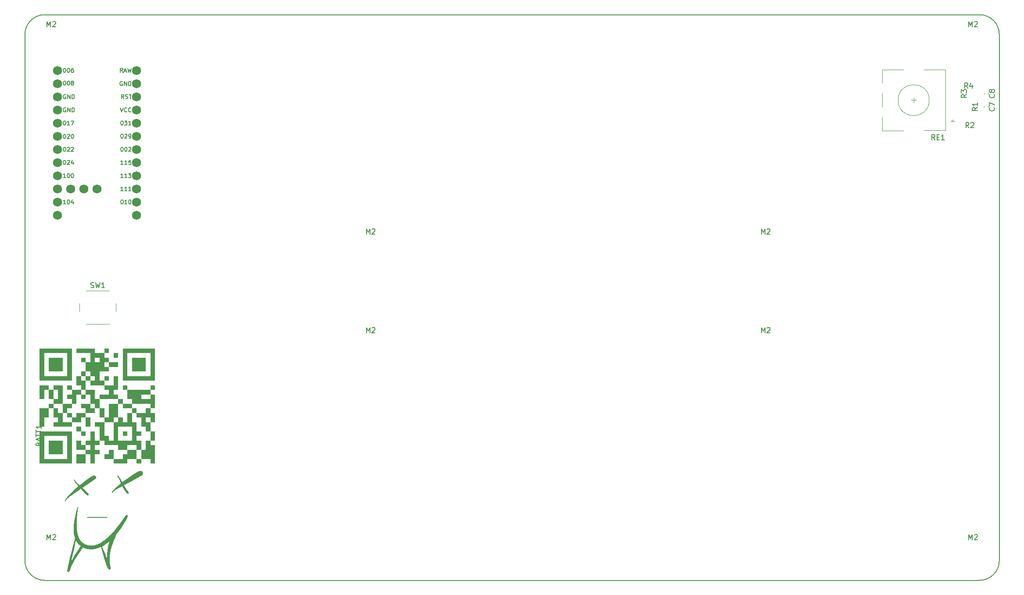
<source format=gbr>
G04 #@! TF.GenerationSoftware,KiCad,Pcbnew,(6.0.1)*
G04 #@! TF.CreationDate,2022-04-05T13:54:26+01:00*
G04 #@! TF.ProjectId,Keyboard Right Hand Side,4b657962-6f61-4726-9420-526967687420,rev?*
G04 #@! TF.SameCoordinates,Original*
G04 #@! TF.FileFunction,Legend,Top*
G04 #@! TF.FilePolarity,Positive*
%FSLAX46Y46*%
G04 Gerber Fmt 4.6, Leading zero omitted, Abs format (unit mm)*
G04 Created by KiCad (PCBNEW (6.0.1)) date 2022-04-05 13:54:26*
%MOMM*%
%LPD*%
G01*
G04 APERTURE LIST*
G04 #@! TA.AperFunction,Profile*
%ADD10C,0.200000*%
G04 #@! TD*
%ADD11C,0.150000*%
%ADD12C,0.120000*%
%ADD13C,1.752600*%
G04 APERTURE END LIST*
D10*
X264793323Y-41276677D02*
G75*
G03*
X260983323Y-37466677I-3809999J1D01*
G01*
X260983323Y-146683323D02*
G75*
G03*
X264793323Y-142873323I1J3809999D01*
G01*
X80646677Y-37466677D02*
X260983323Y-37466677D01*
X76836677Y-142873323D02*
X76836677Y-41276677D01*
X260983323Y-146683323D02*
X80646677Y-146683323D01*
X80646677Y-37466677D02*
G75*
G03*
X76836677Y-41276677I-1J-3809999D01*
G01*
X76836677Y-142873323D02*
G75*
G03*
X80646677Y-146683323I3809999J-1D01*
G01*
X264793323Y-41276677D02*
X264793323Y-142873323D01*
D11*
X258710833Y-51667380D02*
X258377500Y-51191190D01*
X258139404Y-51667380D02*
X258139404Y-50667380D01*
X258520357Y-50667380D01*
X258615595Y-50715000D01*
X258663214Y-50762619D01*
X258710833Y-50857857D01*
X258710833Y-51000714D01*
X258663214Y-51095952D01*
X258615595Y-51143571D01*
X258520357Y-51191190D01*
X258139404Y-51191190D01*
X259567976Y-51000714D02*
X259567976Y-51667380D01*
X259329880Y-50619761D02*
X259091785Y-51334047D01*
X259710833Y-51334047D01*
X263772142Y-52871666D02*
X263819761Y-52919285D01*
X263867380Y-53062142D01*
X263867380Y-53157380D01*
X263819761Y-53300238D01*
X263724523Y-53395476D01*
X263629285Y-53443095D01*
X263438809Y-53490714D01*
X263295952Y-53490714D01*
X263105476Y-53443095D01*
X263010238Y-53395476D01*
X262915000Y-53300238D01*
X262867380Y-53157380D01*
X262867380Y-53062142D01*
X262915000Y-52919285D01*
X262962619Y-52871666D01*
X263295952Y-52300238D02*
X263248333Y-52395476D01*
X263200714Y-52443095D01*
X263105476Y-52490714D01*
X263057857Y-52490714D01*
X262962619Y-52443095D01*
X262915000Y-52395476D01*
X262867380Y-52300238D01*
X262867380Y-52109761D01*
X262915000Y-52014523D01*
X262962619Y-51966904D01*
X263057857Y-51919285D01*
X263105476Y-51919285D01*
X263200714Y-51966904D01*
X263248333Y-52014523D01*
X263295952Y-52109761D01*
X263295952Y-52300238D01*
X263343571Y-52395476D01*
X263391190Y-52443095D01*
X263486428Y-52490714D01*
X263676904Y-52490714D01*
X263772142Y-52443095D01*
X263819761Y-52395476D01*
X263867380Y-52300238D01*
X263867380Y-52109761D01*
X263819761Y-52014523D01*
X263772142Y-51966904D01*
X263676904Y-51919285D01*
X263486428Y-51919285D01*
X263391190Y-51966904D01*
X263343571Y-52014523D01*
X263295952Y-52109761D01*
X260582380Y-55411666D02*
X260106190Y-55745000D01*
X260582380Y-55983095D02*
X259582380Y-55983095D01*
X259582380Y-55602142D01*
X259630000Y-55506904D01*
X259677619Y-55459285D01*
X259772857Y-55411666D01*
X259915714Y-55411666D01*
X260010952Y-55459285D01*
X260058571Y-55506904D01*
X260106190Y-55602142D01*
X260106190Y-55983095D01*
X260582380Y-54459285D02*
X260582380Y-55030714D01*
X260582380Y-54745000D02*
X259582380Y-54745000D01*
X259725238Y-54840238D01*
X259820476Y-54935476D01*
X259868095Y-55030714D01*
X81105476Y-39797380D02*
X81105476Y-38797380D01*
X81438809Y-39511666D01*
X81772142Y-38797380D01*
X81772142Y-39797380D01*
X82200714Y-38892619D02*
X82248333Y-38845000D01*
X82343571Y-38797380D01*
X82581666Y-38797380D01*
X82676904Y-38845000D01*
X82724523Y-38892619D01*
X82772142Y-38987857D01*
X82772142Y-39083095D01*
X82724523Y-39225952D01*
X82153095Y-39797380D01*
X82772142Y-39797380D01*
X258905476Y-138857380D02*
X258905476Y-137857380D01*
X259238809Y-138571666D01*
X259572142Y-137857380D01*
X259572142Y-138857380D01*
X260000714Y-137952619D02*
X260048333Y-137905000D01*
X260143571Y-137857380D01*
X260381666Y-137857380D01*
X260476904Y-137905000D01*
X260524523Y-137952619D01*
X260572142Y-138047857D01*
X260572142Y-138143095D01*
X260524523Y-138285952D01*
X259953095Y-138857380D01*
X260572142Y-138857380D01*
X258913333Y-59287380D02*
X258580000Y-58811190D01*
X258341904Y-59287380D02*
X258341904Y-58287380D01*
X258722857Y-58287380D01*
X258818095Y-58335000D01*
X258865714Y-58382619D01*
X258913333Y-58477857D01*
X258913333Y-58620714D01*
X258865714Y-58715952D01*
X258818095Y-58763571D01*
X258722857Y-58811190D01*
X258341904Y-58811190D01*
X259294285Y-58382619D02*
X259341904Y-58335000D01*
X259437142Y-58287380D01*
X259675238Y-58287380D01*
X259770476Y-58335000D01*
X259818095Y-58382619D01*
X259865714Y-58477857D01*
X259865714Y-58573095D01*
X259818095Y-58715952D01*
X259246666Y-59287380D01*
X259865714Y-59287380D01*
X142700476Y-98852380D02*
X142700476Y-97852380D01*
X143033809Y-98566666D01*
X143367142Y-97852380D01*
X143367142Y-98852380D01*
X143795714Y-97947619D02*
X143843333Y-97900000D01*
X143938571Y-97852380D01*
X144176666Y-97852380D01*
X144271904Y-97900000D01*
X144319523Y-97947619D01*
X144367142Y-98042857D01*
X144367142Y-98138095D01*
X144319523Y-98280952D01*
X143748095Y-98852380D01*
X144367142Y-98852380D01*
X218900476Y-79802380D02*
X218900476Y-78802380D01*
X219233809Y-79516666D01*
X219567142Y-78802380D01*
X219567142Y-79802380D01*
X219995714Y-78897619D02*
X220043333Y-78850000D01*
X220138571Y-78802380D01*
X220376666Y-78802380D01*
X220471904Y-78850000D01*
X220519523Y-78897619D01*
X220567142Y-78992857D01*
X220567142Y-79088095D01*
X220519523Y-79230952D01*
X219948095Y-79802380D01*
X220567142Y-79802380D01*
X263772142Y-55411666D02*
X263819761Y-55459285D01*
X263867380Y-55602142D01*
X263867380Y-55697380D01*
X263819761Y-55840238D01*
X263724523Y-55935476D01*
X263629285Y-55983095D01*
X263438809Y-56030714D01*
X263295952Y-56030714D01*
X263105476Y-55983095D01*
X263010238Y-55935476D01*
X262915000Y-55840238D01*
X262867380Y-55697380D01*
X262867380Y-55602142D01*
X262915000Y-55459285D01*
X262962619Y-55411666D01*
X262867380Y-55078333D02*
X262867380Y-54411666D01*
X263867380Y-54840238D01*
X89546666Y-90134761D02*
X89689523Y-90182380D01*
X89927619Y-90182380D01*
X90022857Y-90134761D01*
X90070476Y-90087142D01*
X90118095Y-89991904D01*
X90118095Y-89896666D01*
X90070476Y-89801428D01*
X90022857Y-89753809D01*
X89927619Y-89706190D01*
X89737142Y-89658571D01*
X89641904Y-89610952D01*
X89594285Y-89563333D01*
X89546666Y-89468095D01*
X89546666Y-89372857D01*
X89594285Y-89277619D01*
X89641904Y-89230000D01*
X89737142Y-89182380D01*
X89975238Y-89182380D01*
X90118095Y-89230000D01*
X90451428Y-89182380D02*
X90689523Y-90182380D01*
X90880000Y-89468095D01*
X91070476Y-90182380D01*
X91308571Y-89182380D01*
X92213333Y-90182380D02*
X91641904Y-90182380D01*
X91927619Y-90182380D02*
X91927619Y-89182380D01*
X91832380Y-89325238D01*
X91737142Y-89420476D01*
X91641904Y-89468095D01*
X142700476Y-79802380D02*
X142700476Y-78802380D01*
X143033809Y-79516666D01*
X143367142Y-78802380D01*
X143367142Y-79802380D01*
X143795714Y-78897619D02*
X143843333Y-78850000D01*
X143938571Y-78802380D01*
X144176666Y-78802380D01*
X144271904Y-78850000D01*
X144319523Y-78897619D01*
X144367142Y-78992857D01*
X144367142Y-79088095D01*
X144319523Y-79230952D01*
X143748095Y-79802380D01*
X144367142Y-79802380D01*
X258905476Y-39797380D02*
X258905476Y-38797380D01*
X259238809Y-39511666D01*
X259572142Y-38797380D01*
X259572142Y-39797380D01*
X260000714Y-38892619D02*
X260048333Y-38845000D01*
X260143571Y-38797380D01*
X260381666Y-38797380D01*
X260476904Y-38845000D01*
X260524523Y-38892619D01*
X260572142Y-38987857D01*
X260572142Y-39083095D01*
X260524523Y-39225952D01*
X259953095Y-39797380D01*
X260572142Y-39797380D01*
X258482380Y-52871666D02*
X258006190Y-53205000D01*
X258482380Y-53443095D02*
X257482380Y-53443095D01*
X257482380Y-53062142D01*
X257530000Y-52966904D01*
X257577619Y-52919285D01*
X257672857Y-52871666D01*
X257815714Y-52871666D01*
X257910952Y-52919285D01*
X257958571Y-52966904D01*
X258006190Y-53062142D01*
X258006190Y-53443095D01*
X257482380Y-52538333D02*
X257482380Y-51919285D01*
X257863333Y-52252619D01*
X257863333Y-52109761D01*
X257910952Y-52014523D01*
X257958571Y-51966904D01*
X258053809Y-51919285D01*
X258291904Y-51919285D01*
X258387142Y-51966904D01*
X258434761Y-52014523D01*
X258482380Y-52109761D01*
X258482380Y-52395476D01*
X258434761Y-52490714D01*
X258387142Y-52538333D01*
X252355952Y-61622380D02*
X252022619Y-61146190D01*
X251784523Y-61622380D02*
X251784523Y-60622380D01*
X252165476Y-60622380D01*
X252260714Y-60670000D01*
X252308333Y-60717619D01*
X252355952Y-60812857D01*
X252355952Y-60955714D01*
X252308333Y-61050952D01*
X252260714Y-61098571D01*
X252165476Y-61146190D01*
X251784523Y-61146190D01*
X252784523Y-61098571D02*
X253117857Y-61098571D01*
X253260714Y-61622380D02*
X252784523Y-61622380D01*
X252784523Y-60622380D01*
X253260714Y-60622380D01*
X254213095Y-61622380D02*
X253641666Y-61622380D01*
X253927380Y-61622380D02*
X253927380Y-60622380D01*
X253832142Y-60765238D01*
X253736904Y-60860476D01*
X253641666Y-60908095D01*
X81105476Y-138857380D02*
X81105476Y-137857380D01*
X81438809Y-138571666D01*
X81772142Y-137857380D01*
X81772142Y-138857380D01*
X82200714Y-137952619D02*
X82248333Y-137905000D01*
X82343571Y-137857380D01*
X82581666Y-137857380D01*
X82676904Y-137905000D01*
X82724523Y-137952619D01*
X82772142Y-138047857D01*
X82772142Y-138143095D01*
X82724523Y-138285952D01*
X82153095Y-138857380D01*
X82772142Y-138857380D01*
X95781157Y-68916654D02*
X95324014Y-68916654D01*
X95552586Y-68916654D02*
X95552586Y-68116654D01*
X95476395Y-68230940D01*
X95400205Y-68307130D01*
X95324014Y-68345226D01*
X96543062Y-68916654D02*
X96085919Y-68916654D01*
X96314491Y-68916654D02*
X96314491Y-68116654D01*
X96238300Y-68230940D01*
X96162110Y-68307130D01*
X96085919Y-68345226D01*
X96809729Y-68116654D02*
X97304967Y-68116654D01*
X97038300Y-68421416D01*
X97152586Y-68421416D01*
X97228776Y-68459511D01*
X97266871Y-68497607D01*
X97304967Y-68573797D01*
X97304967Y-68764273D01*
X97266871Y-68840464D01*
X97228776Y-68878559D01*
X97152586Y-68916654D01*
X96924014Y-68916654D01*
X96847824Y-68878559D01*
X96809729Y-68840464D01*
X95514491Y-73196654D02*
X95590681Y-73196654D01*
X95666871Y-73234750D01*
X95704967Y-73272845D01*
X95743062Y-73349035D01*
X95781157Y-73501416D01*
X95781157Y-73691892D01*
X95743062Y-73844273D01*
X95704967Y-73920464D01*
X95666871Y-73958559D01*
X95590681Y-73996654D01*
X95514491Y-73996654D01*
X95438300Y-73958559D01*
X95400205Y-73920464D01*
X95362110Y-73844273D01*
X95324014Y-73691892D01*
X95324014Y-73501416D01*
X95362110Y-73349035D01*
X95400205Y-73272845D01*
X95438300Y-73234750D01*
X95514491Y-73196654D01*
X96543062Y-73996654D02*
X96085919Y-73996654D01*
X96314491Y-73996654D02*
X96314491Y-73196654D01*
X96238300Y-73310940D01*
X96162110Y-73387130D01*
X96085919Y-73425226D01*
X97038300Y-73196654D02*
X97114491Y-73196654D01*
X97190681Y-73234750D01*
X97228776Y-73272845D01*
X97266871Y-73349035D01*
X97304967Y-73501416D01*
X97304967Y-73691892D01*
X97266871Y-73844273D01*
X97228776Y-73920464D01*
X97190681Y-73958559D01*
X97114491Y-73996654D01*
X97038300Y-73996654D01*
X96962110Y-73958559D01*
X96924014Y-73920464D01*
X96885919Y-73844273D01*
X96847824Y-73691892D01*
X96847824Y-73501416D01*
X96885919Y-73349035D01*
X96924014Y-73272845D01*
X96962110Y-73234750D01*
X97038300Y-73196654D01*
X84440110Y-60566654D02*
X84516300Y-60566654D01*
X84592490Y-60604750D01*
X84630586Y-60642845D01*
X84668681Y-60719035D01*
X84706776Y-60871416D01*
X84706776Y-61061892D01*
X84668681Y-61214273D01*
X84630586Y-61290464D01*
X84592490Y-61328559D01*
X84516300Y-61366654D01*
X84440110Y-61366654D01*
X84363919Y-61328559D01*
X84325824Y-61290464D01*
X84287729Y-61214273D01*
X84249633Y-61061892D01*
X84249633Y-60871416D01*
X84287729Y-60719035D01*
X84325824Y-60642845D01*
X84363919Y-60604750D01*
X84440110Y-60566654D01*
X85011538Y-60642845D02*
X85049633Y-60604750D01*
X85125824Y-60566654D01*
X85316300Y-60566654D01*
X85392490Y-60604750D01*
X85430586Y-60642845D01*
X85468681Y-60719035D01*
X85468681Y-60795226D01*
X85430586Y-60909511D01*
X84973443Y-61366654D01*
X85468681Y-61366654D01*
X85963919Y-60566654D02*
X86040110Y-60566654D01*
X86116300Y-60604750D01*
X86154395Y-60642845D01*
X86192490Y-60719035D01*
X86230586Y-60871416D01*
X86230586Y-61061892D01*
X86192490Y-61214273D01*
X86154395Y-61290464D01*
X86116300Y-61328559D01*
X86040110Y-61366654D01*
X85963919Y-61366654D01*
X85887729Y-61328559D01*
X85849633Y-61290464D01*
X85811538Y-61214273D01*
X85773443Y-61061892D01*
X85773443Y-60871416D01*
X85811538Y-60719035D01*
X85849633Y-60642845D01*
X85887729Y-60604750D01*
X85963919Y-60566654D01*
X84440110Y-57966654D02*
X84516300Y-57966654D01*
X84592490Y-58004750D01*
X84630586Y-58042845D01*
X84668681Y-58119035D01*
X84706776Y-58271416D01*
X84706776Y-58461892D01*
X84668681Y-58614273D01*
X84630586Y-58690464D01*
X84592490Y-58728559D01*
X84516300Y-58766654D01*
X84440110Y-58766654D01*
X84363919Y-58728559D01*
X84325824Y-58690464D01*
X84287729Y-58614273D01*
X84249633Y-58461892D01*
X84249633Y-58271416D01*
X84287729Y-58119035D01*
X84325824Y-58042845D01*
X84363919Y-58004750D01*
X84440110Y-57966654D01*
X85468681Y-58766654D02*
X85011538Y-58766654D01*
X85240110Y-58766654D02*
X85240110Y-57966654D01*
X85163919Y-58080940D01*
X85087729Y-58157130D01*
X85011538Y-58195226D01*
X85735348Y-57966654D02*
X86268681Y-57966654D01*
X85925824Y-58766654D01*
X84440110Y-50266654D02*
X84516300Y-50266654D01*
X84592490Y-50304750D01*
X84630586Y-50342845D01*
X84668681Y-50419035D01*
X84706776Y-50571416D01*
X84706776Y-50761892D01*
X84668681Y-50914273D01*
X84630586Y-50990464D01*
X84592490Y-51028559D01*
X84516300Y-51066654D01*
X84440110Y-51066654D01*
X84363919Y-51028559D01*
X84325824Y-50990464D01*
X84287729Y-50914273D01*
X84249633Y-50761892D01*
X84249633Y-50571416D01*
X84287729Y-50419035D01*
X84325824Y-50342845D01*
X84363919Y-50304750D01*
X84440110Y-50266654D01*
X85202014Y-50266654D02*
X85278205Y-50266654D01*
X85354395Y-50304750D01*
X85392490Y-50342845D01*
X85430586Y-50419035D01*
X85468681Y-50571416D01*
X85468681Y-50761892D01*
X85430586Y-50914273D01*
X85392490Y-50990464D01*
X85354395Y-51028559D01*
X85278205Y-51066654D01*
X85202014Y-51066654D01*
X85125824Y-51028559D01*
X85087729Y-50990464D01*
X85049633Y-50914273D01*
X85011538Y-50761892D01*
X85011538Y-50571416D01*
X85049633Y-50419035D01*
X85087729Y-50342845D01*
X85125824Y-50304750D01*
X85202014Y-50266654D01*
X85925824Y-50609511D02*
X85849633Y-50571416D01*
X85811538Y-50533321D01*
X85773443Y-50457130D01*
X85773443Y-50419035D01*
X85811538Y-50342845D01*
X85849633Y-50304750D01*
X85925824Y-50266654D01*
X86078205Y-50266654D01*
X86154395Y-50304750D01*
X86192490Y-50342845D01*
X86230586Y-50419035D01*
X86230586Y-50457130D01*
X86192490Y-50533321D01*
X86154395Y-50571416D01*
X86078205Y-50609511D01*
X85925824Y-50609511D01*
X85849633Y-50647607D01*
X85811538Y-50685702D01*
X85773443Y-50761892D01*
X85773443Y-50914273D01*
X85811538Y-50990464D01*
X85849633Y-51028559D01*
X85925824Y-51066654D01*
X86078205Y-51066654D01*
X86154395Y-51028559D01*
X86192490Y-50990464D01*
X86230586Y-50914273D01*
X86230586Y-50761892D01*
X86192490Y-50685702D01*
X86154395Y-50647607D01*
X86078205Y-50609511D01*
X95927204Y-53676654D02*
X95660538Y-53295702D01*
X95470061Y-53676654D02*
X95470061Y-52876654D01*
X95774823Y-52876654D01*
X95851014Y-52914750D01*
X95889109Y-52952845D01*
X95927204Y-53029035D01*
X95927204Y-53143321D01*
X95889109Y-53219511D01*
X95851014Y-53257607D01*
X95774823Y-53295702D01*
X95470061Y-53295702D01*
X96231966Y-53638559D02*
X96346252Y-53676654D01*
X96536728Y-53676654D01*
X96612919Y-53638559D01*
X96651014Y-53600464D01*
X96689109Y-53524273D01*
X96689109Y-53448083D01*
X96651014Y-53371892D01*
X96612919Y-53333797D01*
X96536728Y-53295702D01*
X96384347Y-53257607D01*
X96308157Y-53219511D01*
X96270061Y-53181416D01*
X96231966Y-53105226D01*
X96231966Y-53029035D01*
X96270061Y-52952845D01*
X96308157Y-52914750D01*
X96384347Y-52876654D01*
X96574823Y-52876654D01*
X96689109Y-52914750D01*
X96917680Y-52876654D02*
X97374823Y-52876654D01*
X97146252Y-53676654D02*
X97146252Y-52876654D01*
X84706776Y-73996654D02*
X84249633Y-73996654D01*
X84478205Y-73996654D02*
X84478205Y-73196654D01*
X84402014Y-73310940D01*
X84325824Y-73387130D01*
X84249633Y-73425226D01*
X85202014Y-73196654D02*
X85278205Y-73196654D01*
X85354395Y-73234750D01*
X85392490Y-73272845D01*
X85430586Y-73349035D01*
X85468681Y-73501416D01*
X85468681Y-73691892D01*
X85430586Y-73844273D01*
X85392490Y-73920464D01*
X85354395Y-73958559D01*
X85278205Y-73996654D01*
X85202014Y-73996654D01*
X85125824Y-73958559D01*
X85087729Y-73920464D01*
X85049633Y-73844273D01*
X85011538Y-73691892D01*
X85011538Y-73501416D01*
X85049633Y-73349035D01*
X85087729Y-73272845D01*
X85125824Y-73234750D01*
X85202014Y-73196654D01*
X86154395Y-73463321D02*
X86154395Y-73996654D01*
X85963919Y-73158559D02*
X85773443Y-73729988D01*
X86268681Y-73729988D01*
X95514491Y-60496654D02*
X95590681Y-60496654D01*
X95666871Y-60534750D01*
X95704967Y-60572845D01*
X95743062Y-60649035D01*
X95781157Y-60801416D01*
X95781157Y-60991892D01*
X95743062Y-61144273D01*
X95704967Y-61220464D01*
X95666871Y-61258559D01*
X95590681Y-61296654D01*
X95514491Y-61296654D01*
X95438300Y-61258559D01*
X95400205Y-61220464D01*
X95362110Y-61144273D01*
X95324014Y-60991892D01*
X95324014Y-60801416D01*
X95362110Y-60649035D01*
X95400205Y-60572845D01*
X95438300Y-60534750D01*
X95514491Y-60496654D01*
X96085919Y-60572845D02*
X96124014Y-60534750D01*
X96200205Y-60496654D01*
X96390681Y-60496654D01*
X96466871Y-60534750D01*
X96504967Y-60572845D01*
X96543062Y-60649035D01*
X96543062Y-60725226D01*
X96504967Y-60839511D01*
X96047824Y-61296654D01*
X96543062Y-61296654D01*
X96924014Y-61296654D02*
X97076395Y-61296654D01*
X97152586Y-61258559D01*
X97190681Y-61220464D01*
X97266871Y-61106178D01*
X97304967Y-60953797D01*
X97304967Y-60649035D01*
X97266871Y-60572845D01*
X97228776Y-60534750D01*
X97152586Y-60496654D01*
X97000205Y-60496654D01*
X96924014Y-60534750D01*
X96885919Y-60572845D01*
X96847824Y-60649035D01*
X96847824Y-60839511D01*
X96885919Y-60915702D01*
X96924014Y-60953797D01*
X97000205Y-60991892D01*
X97152586Y-60991892D01*
X97228776Y-60953797D01*
X97266871Y-60915702D01*
X97304967Y-60839511D01*
X95781157Y-71456654D02*
X95324014Y-71456654D01*
X95552586Y-71456654D02*
X95552586Y-70656654D01*
X95476395Y-70770940D01*
X95400205Y-70847130D01*
X95324014Y-70885226D01*
X96543062Y-71456654D02*
X96085919Y-71456654D01*
X96314491Y-71456654D02*
X96314491Y-70656654D01*
X96238300Y-70770940D01*
X96162110Y-70847130D01*
X96085919Y-70885226D01*
X97304967Y-71456654D02*
X96847824Y-71456654D01*
X97076395Y-71456654D02*
X97076395Y-70656654D01*
X97000205Y-70770940D01*
X96924014Y-70847130D01*
X96847824Y-70885226D01*
X95247824Y-55416654D02*
X95514491Y-56216654D01*
X95781157Y-55416654D01*
X96504967Y-56140464D02*
X96466871Y-56178559D01*
X96352586Y-56216654D01*
X96276395Y-56216654D01*
X96162110Y-56178559D01*
X96085919Y-56102369D01*
X96047824Y-56026178D01*
X96009729Y-55873797D01*
X96009729Y-55759511D01*
X96047824Y-55607130D01*
X96085919Y-55530940D01*
X96162110Y-55454750D01*
X96276395Y-55416654D01*
X96352586Y-55416654D01*
X96466871Y-55454750D01*
X96504967Y-55492845D01*
X97304967Y-56140464D02*
X97266871Y-56178559D01*
X97152586Y-56216654D01*
X97076395Y-56216654D01*
X96962110Y-56178559D01*
X96885919Y-56102369D01*
X96847824Y-56026178D01*
X96809729Y-55873797D01*
X96809729Y-55759511D01*
X96847824Y-55607130D01*
X96885919Y-55530940D01*
X96962110Y-55454750D01*
X97076395Y-55416654D01*
X97152586Y-55416654D01*
X97266871Y-55454750D01*
X97304967Y-55492845D01*
X95514491Y-57956654D02*
X95590681Y-57956654D01*
X95666871Y-57994750D01*
X95704967Y-58032845D01*
X95743062Y-58109035D01*
X95781157Y-58261416D01*
X95781157Y-58451892D01*
X95743062Y-58604273D01*
X95704967Y-58680464D01*
X95666871Y-58718559D01*
X95590681Y-58756654D01*
X95514491Y-58756654D01*
X95438300Y-58718559D01*
X95400205Y-58680464D01*
X95362110Y-58604273D01*
X95324014Y-58451892D01*
X95324014Y-58261416D01*
X95362110Y-58109035D01*
X95400205Y-58032845D01*
X95438300Y-57994750D01*
X95514491Y-57956654D01*
X96047824Y-57956654D02*
X96543062Y-57956654D01*
X96276395Y-58261416D01*
X96390681Y-58261416D01*
X96466871Y-58299511D01*
X96504967Y-58337607D01*
X96543062Y-58413797D01*
X96543062Y-58604273D01*
X96504967Y-58680464D01*
X96466871Y-58718559D01*
X96390681Y-58756654D01*
X96162110Y-58756654D01*
X96085919Y-58718559D01*
X96047824Y-58680464D01*
X97304967Y-58756654D02*
X96847824Y-58756654D01*
X97076395Y-58756654D02*
X97076395Y-57956654D01*
X97000205Y-58070940D01*
X96924014Y-58147130D01*
X96847824Y-58185226D01*
X84440110Y-65576654D02*
X84516300Y-65576654D01*
X84592490Y-65614750D01*
X84630586Y-65652845D01*
X84668681Y-65729035D01*
X84706776Y-65881416D01*
X84706776Y-66071892D01*
X84668681Y-66224273D01*
X84630586Y-66300464D01*
X84592490Y-66338559D01*
X84516300Y-66376654D01*
X84440110Y-66376654D01*
X84363919Y-66338559D01*
X84325824Y-66300464D01*
X84287729Y-66224273D01*
X84249633Y-66071892D01*
X84249633Y-65881416D01*
X84287729Y-65729035D01*
X84325824Y-65652845D01*
X84363919Y-65614750D01*
X84440110Y-65576654D01*
X85011538Y-65652845D02*
X85049633Y-65614750D01*
X85125824Y-65576654D01*
X85316300Y-65576654D01*
X85392490Y-65614750D01*
X85430586Y-65652845D01*
X85468681Y-65729035D01*
X85468681Y-65805226D01*
X85430586Y-65919511D01*
X84973443Y-66376654D01*
X85468681Y-66376654D01*
X86154395Y-65843321D02*
X86154395Y-66376654D01*
X85963919Y-65538559D02*
X85773443Y-66109988D01*
X86268681Y-66109988D01*
X84706776Y-52914750D02*
X84630585Y-52876654D01*
X84516300Y-52876654D01*
X84402014Y-52914750D01*
X84325823Y-52990940D01*
X84287728Y-53067130D01*
X84249633Y-53219511D01*
X84249633Y-53333797D01*
X84287728Y-53486178D01*
X84325823Y-53562369D01*
X84402014Y-53638559D01*
X84516300Y-53676654D01*
X84592490Y-53676654D01*
X84706776Y-53638559D01*
X84744871Y-53600464D01*
X84744871Y-53333797D01*
X84592490Y-53333797D01*
X85087728Y-53676654D02*
X85087728Y-52876654D01*
X85544871Y-53676654D01*
X85544871Y-52876654D01*
X85925823Y-53676654D02*
X85925823Y-52876654D01*
X86116300Y-52876654D01*
X86230585Y-52914750D01*
X86306776Y-52990940D01*
X86344871Y-53067130D01*
X86382966Y-53219511D01*
X86382966Y-53333797D01*
X86344871Y-53486178D01*
X86306776Y-53562369D01*
X86230585Y-53638559D01*
X86116300Y-53676654D01*
X85925823Y-53676654D01*
X95698634Y-48596654D02*
X95431967Y-48215702D01*
X95241491Y-48596654D02*
X95241491Y-47796654D01*
X95546253Y-47796654D01*
X95622443Y-47834750D01*
X95660538Y-47872845D01*
X95698634Y-47949035D01*
X95698634Y-48063321D01*
X95660538Y-48139511D01*
X95622443Y-48177607D01*
X95546253Y-48215702D01*
X95241491Y-48215702D01*
X96003395Y-48368083D02*
X96384348Y-48368083D01*
X95927205Y-48596654D02*
X96193872Y-47796654D01*
X96460538Y-48596654D01*
X96651015Y-47796654D02*
X96841491Y-48596654D01*
X96993872Y-48025226D01*
X97146253Y-48596654D01*
X97336729Y-47796654D01*
X95514491Y-63036654D02*
X95590681Y-63036654D01*
X95666871Y-63074750D01*
X95704967Y-63112845D01*
X95743062Y-63189035D01*
X95781157Y-63341416D01*
X95781157Y-63531892D01*
X95743062Y-63684273D01*
X95704967Y-63760464D01*
X95666871Y-63798559D01*
X95590681Y-63836654D01*
X95514491Y-63836654D01*
X95438300Y-63798559D01*
X95400205Y-63760464D01*
X95362110Y-63684273D01*
X95324014Y-63531892D01*
X95324014Y-63341416D01*
X95362110Y-63189035D01*
X95400205Y-63112845D01*
X95438300Y-63074750D01*
X95514491Y-63036654D01*
X96276395Y-63036654D02*
X96352586Y-63036654D01*
X96428776Y-63074750D01*
X96466871Y-63112845D01*
X96504967Y-63189035D01*
X96543062Y-63341416D01*
X96543062Y-63531892D01*
X96504967Y-63684273D01*
X96466871Y-63760464D01*
X96428776Y-63798559D01*
X96352586Y-63836654D01*
X96276395Y-63836654D01*
X96200205Y-63798559D01*
X96162110Y-63760464D01*
X96124014Y-63684273D01*
X96085919Y-63531892D01*
X96085919Y-63341416D01*
X96124014Y-63189035D01*
X96162110Y-63112845D01*
X96200205Y-63074750D01*
X96276395Y-63036654D01*
X96847824Y-63112845D02*
X96885919Y-63074750D01*
X96962110Y-63036654D01*
X97152586Y-63036654D01*
X97228776Y-63074750D01*
X97266871Y-63112845D01*
X97304967Y-63189035D01*
X97304967Y-63265226D01*
X97266871Y-63379511D01*
X96809729Y-63836654D01*
X97304967Y-63836654D01*
X84706776Y-68916654D02*
X84249633Y-68916654D01*
X84478205Y-68916654D02*
X84478205Y-68116654D01*
X84402014Y-68230940D01*
X84325824Y-68307130D01*
X84249633Y-68345226D01*
X85202014Y-68116654D02*
X85278205Y-68116654D01*
X85354395Y-68154750D01*
X85392490Y-68192845D01*
X85430586Y-68269035D01*
X85468681Y-68421416D01*
X85468681Y-68611892D01*
X85430586Y-68764273D01*
X85392490Y-68840464D01*
X85354395Y-68878559D01*
X85278205Y-68916654D01*
X85202014Y-68916654D01*
X85125824Y-68878559D01*
X85087729Y-68840464D01*
X85049633Y-68764273D01*
X85011538Y-68611892D01*
X85011538Y-68421416D01*
X85049633Y-68269035D01*
X85087729Y-68192845D01*
X85125824Y-68154750D01*
X85202014Y-68116654D01*
X85963919Y-68116654D02*
X86040110Y-68116654D01*
X86116300Y-68154750D01*
X86154395Y-68192845D01*
X86192490Y-68269035D01*
X86230586Y-68421416D01*
X86230586Y-68611892D01*
X86192490Y-68764273D01*
X86154395Y-68840464D01*
X86116300Y-68878559D01*
X86040110Y-68916654D01*
X85963919Y-68916654D01*
X85887729Y-68878559D01*
X85849633Y-68840464D01*
X85811538Y-68764273D01*
X85773443Y-68611892D01*
X85773443Y-68421416D01*
X85811538Y-68269035D01*
X85849633Y-68192845D01*
X85887729Y-68154750D01*
X85963919Y-68116654D01*
X95622443Y-50374750D02*
X95546252Y-50336654D01*
X95431967Y-50336654D01*
X95317681Y-50374750D01*
X95241490Y-50450940D01*
X95203395Y-50527130D01*
X95165300Y-50679511D01*
X95165300Y-50793797D01*
X95203395Y-50946178D01*
X95241490Y-51022369D01*
X95317681Y-51098559D01*
X95431967Y-51136654D01*
X95508157Y-51136654D01*
X95622443Y-51098559D01*
X95660538Y-51060464D01*
X95660538Y-50793797D01*
X95508157Y-50793797D01*
X96003395Y-51136654D02*
X96003395Y-50336654D01*
X96460538Y-51136654D01*
X96460538Y-50336654D01*
X96841490Y-51136654D02*
X96841490Y-50336654D01*
X97031967Y-50336654D01*
X97146252Y-50374750D01*
X97222443Y-50450940D01*
X97260538Y-50527130D01*
X97298633Y-50679511D01*
X97298633Y-50793797D01*
X97260538Y-50946178D01*
X97222443Y-51022369D01*
X97146252Y-51098559D01*
X97031967Y-51136654D01*
X96841490Y-51136654D01*
X84440110Y-47796654D02*
X84516300Y-47796654D01*
X84592490Y-47834750D01*
X84630586Y-47872845D01*
X84668681Y-47949035D01*
X84706776Y-48101416D01*
X84706776Y-48291892D01*
X84668681Y-48444273D01*
X84630586Y-48520464D01*
X84592490Y-48558559D01*
X84516300Y-48596654D01*
X84440110Y-48596654D01*
X84363919Y-48558559D01*
X84325824Y-48520464D01*
X84287729Y-48444273D01*
X84249633Y-48291892D01*
X84249633Y-48101416D01*
X84287729Y-47949035D01*
X84325824Y-47872845D01*
X84363919Y-47834750D01*
X84440110Y-47796654D01*
X85202014Y-47796654D02*
X85278205Y-47796654D01*
X85354395Y-47834750D01*
X85392490Y-47872845D01*
X85430586Y-47949035D01*
X85468681Y-48101416D01*
X85468681Y-48291892D01*
X85430586Y-48444273D01*
X85392490Y-48520464D01*
X85354395Y-48558559D01*
X85278205Y-48596654D01*
X85202014Y-48596654D01*
X85125824Y-48558559D01*
X85087729Y-48520464D01*
X85049633Y-48444273D01*
X85011538Y-48291892D01*
X85011538Y-48101416D01*
X85049633Y-47949035D01*
X85087729Y-47872845D01*
X85125824Y-47834750D01*
X85202014Y-47796654D01*
X86154395Y-47796654D02*
X86002014Y-47796654D01*
X85925824Y-47834750D01*
X85887729Y-47872845D01*
X85811538Y-47987130D01*
X85773443Y-48139511D01*
X85773443Y-48444273D01*
X85811538Y-48520464D01*
X85849633Y-48558559D01*
X85925824Y-48596654D01*
X86078205Y-48596654D01*
X86154395Y-48558559D01*
X86192490Y-48520464D01*
X86230586Y-48444273D01*
X86230586Y-48253797D01*
X86192490Y-48177607D01*
X86154395Y-48139511D01*
X86078205Y-48101416D01*
X85925824Y-48101416D01*
X85849633Y-48139511D01*
X85811538Y-48177607D01*
X85773443Y-48253797D01*
X84440110Y-63066654D02*
X84516300Y-63066654D01*
X84592490Y-63104750D01*
X84630586Y-63142845D01*
X84668681Y-63219035D01*
X84706776Y-63371416D01*
X84706776Y-63561892D01*
X84668681Y-63714273D01*
X84630586Y-63790464D01*
X84592490Y-63828559D01*
X84516300Y-63866654D01*
X84440110Y-63866654D01*
X84363919Y-63828559D01*
X84325824Y-63790464D01*
X84287729Y-63714273D01*
X84249633Y-63561892D01*
X84249633Y-63371416D01*
X84287729Y-63219035D01*
X84325824Y-63142845D01*
X84363919Y-63104750D01*
X84440110Y-63066654D01*
X85011538Y-63142845D02*
X85049633Y-63104750D01*
X85125824Y-63066654D01*
X85316300Y-63066654D01*
X85392490Y-63104750D01*
X85430586Y-63142845D01*
X85468681Y-63219035D01*
X85468681Y-63295226D01*
X85430586Y-63409511D01*
X84973443Y-63866654D01*
X85468681Y-63866654D01*
X85773443Y-63142845D02*
X85811538Y-63104750D01*
X85887729Y-63066654D01*
X86078205Y-63066654D01*
X86154395Y-63104750D01*
X86192490Y-63142845D01*
X86230586Y-63219035D01*
X86230586Y-63295226D01*
X86192490Y-63409511D01*
X85735348Y-63866654D01*
X86230586Y-63866654D01*
X84706776Y-55454750D02*
X84630585Y-55416654D01*
X84516300Y-55416654D01*
X84402014Y-55454750D01*
X84325823Y-55530940D01*
X84287728Y-55607130D01*
X84249633Y-55759511D01*
X84249633Y-55873797D01*
X84287728Y-56026178D01*
X84325823Y-56102369D01*
X84402014Y-56178559D01*
X84516300Y-56216654D01*
X84592490Y-56216654D01*
X84706776Y-56178559D01*
X84744871Y-56140464D01*
X84744871Y-55873797D01*
X84592490Y-55873797D01*
X85087728Y-56216654D02*
X85087728Y-55416654D01*
X85544871Y-56216654D01*
X85544871Y-55416654D01*
X85925823Y-56216654D02*
X85925823Y-55416654D01*
X86116300Y-55416654D01*
X86230585Y-55454750D01*
X86306776Y-55530940D01*
X86344871Y-55607130D01*
X86382966Y-55759511D01*
X86382966Y-55873797D01*
X86344871Y-56026178D01*
X86306776Y-56102369D01*
X86230585Y-56178559D01*
X86116300Y-56216654D01*
X85925823Y-56216654D01*
X95781157Y-66376654D02*
X95324014Y-66376654D01*
X95552586Y-66376654D02*
X95552586Y-65576654D01*
X95476395Y-65690940D01*
X95400205Y-65767130D01*
X95324014Y-65805226D01*
X96543062Y-66376654D02*
X96085919Y-66376654D01*
X96314491Y-66376654D02*
X96314491Y-65576654D01*
X96238300Y-65690940D01*
X96162110Y-65767130D01*
X96085919Y-65805226D01*
X97266871Y-65576654D02*
X96885919Y-65576654D01*
X96847824Y-65957607D01*
X96885919Y-65919511D01*
X96962110Y-65881416D01*
X97152586Y-65881416D01*
X97228776Y-65919511D01*
X97266871Y-65957607D01*
X97304967Y-66033797D01*
X97304967Y-66224273D01*
X97266871Y-66300464D01*
X97228776Y-66338559D01*
X97152586Y-66376654D01*
X96962110Y-66376654D01*
X96885919Y-66338559D01*
X96847824Y-66300464D01*
X218900476Y-98852380D02*
X218900476Y-97852380D01*
X219233809Y-98566666D01*
X219567142Y-97852380D01*
X219567142Y-98852380D01*
X219995714Y-97947619D02*
X220043333Y-97900000D01*
X220138571Y-97852380D01*
X220376666Y-97852380D01*
X220471904Y-97900000D01*
X220519523Y-97947619D01*
X220567142Y-98042857D01*
X220567142Y-98138095D01*
X220519523Y-98280952D01*
X219948095Y-98852380D01*
X220567142Y-98852380D01*
X79483571Y-120340238D02*
X79531190Y-120197380D01*
X79578809Y-120149761D01*
X79674047Y-120102142D01*
X79816904Y-120102142D01*
X79912142Y-120149761D01*
X79959761Y-120197380D01*
X80007380Y-120292619D01*
X80007380Y-120673571D01*
X79007380Y-120673571D01*
X79007380Y-120340238D01*
X79055000Y-120245000D01*
X79102619Y-120197380D01*
X79197857Y-120149761D01*
X79293095Y-120149761D01*
X79388333Y-120197380D01*
X79435952Y-120245000D01*
X79483571Y-120340238D01*
X79483571Y-120673571D01*
X79721666Y-119721190D02*
X79721666Y-119245000D01*
X80007380Y-119816428D02*
X79007380Y-119483095D01*
X80007380Y-119149761D01*
X79007380Y-118959285D02*
X79007380Y-118387857D01*
X80007380Y-118673571D02*
X79007380Y-118673571D01*
X79007380Y-118197380D02*
X79007380Y-117625952D01*
X80007380Y-117911666D02*
X79007380Y-117911666D01*
X80007380Y-116768809D02*
X80007380Y-117340238D01*
X80007380Y-117054523D02*
X79007380Y-117054523D01*
X79150238Y-117149761D01*
X79245476Y-117245000D01*
X79293095Y-117340238D01*
X92709761Y-134547057D02*
X88900238Y-134547057D01*
D12*
X262615000Y-52589165D02*
X262615000Y-52820835D01*
X261895000Y-52589165D02*
X261895000Y-52820835D01*
X262615000Y-55129165D02*
X262615000Y-55360835D01*
X261895000Y-55129165D02*
X261895000Y-55360835D01*
X93130000Y-90730000D02*
X88630000Y-90730000D01*
X88630000Y-97230000D02*
X93130000Y-97230000D01*
X87380000Y-93230000D02*
X87380000Y-94730000D01*
X94380000Y-94730000D02*
X94380000Y-93230000D01*
X246275000Y-59870000D02*
X242175000Y-59870000D01*
X242175000Y-50670000D02*
X242175000Y-48070000D01*
X242175000Y-48070000D02*
X246275000Y-48070000D01*
X255775000Y-57770000D02*
X256075000Y-58070000D01*
X242175000Y-55270000D02*
X242175000Y-52670000D01*
X248275000Y-54470000D02*
X248275000Y-53470000D01*
X242175000Y-59870000D02*
X242175000Y-57270000D01*
X250275000Y-48070000D02*
X254375000Y-48070000D01*
X254375000Y-59770000D02*
X254375000Y-48070000D01*
X256075000Y-58070000D02*
X255475000Y-58070000D01*
X248775000Y-53970000D02*
X247775000Y-53970000D01*
X250275000Y-59770000D02*
X254375000Y-59770000D01*
X255475000Y-58070000D02*
X255775000Y-57770000D01*
X251275000Y-53970000D02*
G75*
G03*
X251275000Y-53970000I-3000000J0D01*
G01*
G36*
X90208958Y-126407815D02*
G01*
X90242896Y-126414153D01*
X90252110Y-126416220D01*
X90348632Y-126451656D01*
X90435546Y-126509183D01*
X90504741Y-126583202D01*
X90514266Y-126597188D01*
X90537313Y-126635210D01*
X90551175Y-126667745D01*
X90558155Y-126704483D01*
X90560557Y-126755113D01*
X90560760Y-126792796D01*
X90559247Y-126853107D01*
X90553210Y-126905192D01*
X90540331Y-126951672D01*
X90518290Y-126995164D01*
X90484766Y-127038288D01*
X90437440Y-127083664D01*
X90373993Y-127133911D01*
X90292105Y-127191647D01*
X90189456Y-127259493D01*
X90092055Y-127322028D01*
X90071471Y-127336139D01*
X90033297Y-127363152D01*
X89983374Y-127398911D01*
X89938365Y-127431409D01*
X89877359Y-127475551D01*
X89830126Y-127509434D01*
X89789531Y-127537994D01*
X89748438Y-127566166D01*
X89699712Y-127598884D01*
X89636218Y-127641083D01*
X89611794Y-127657277D01*
X89561878Y-127690369D01*
X89522369Y-127716600D01*
X89488440Y-127739222D01*
X89455264Y-127761485D01*
X89418014Y-127786641D01*
X89371863Y-127817942D01*
X89311984Y-127858639D01*
X89233551Y-127911983D01*
X89222574Y-127919449D01*
X89130918Y-127981870D01*
X89057380Y-128032194D01*
X88996055Y-128074532D01*
X88941038Y-128112994D01*
X88886426Y-128151692D01*
X88826313Y-128194736D01*
X88800743Y-128213129D01*
X88752193Y-128247866D01*
X88708866Y-128278495D01*
X88679465Y-128298867D01*
X88677684Y-128300065D01*
X88640294Y-128325938D01*
X88610499Y-128347397D01*
X88578640Y-128370683D01*
X88531962Y-128404546D01*
X88477934Y-128443598D01*
X88424023Y-128482451D01*
X88377697Y-128515714D01*
X88346423Y-128538001D01*
X88343968Y-128539730D01*
X88318267Y-128558033D01*
X88277439Y-128587370D01*
X88229812Y-128621758D01*
X88224389Y-128625683D01*
X88180485Y-128656810D01*
X88146114Y-128679943D01*
X88127520Y-128690912D01*
X88126209Y-128691280D01*
X88110346Y-128699421D01*
X88080516Y-128719925D01*
X88044370Y-128746918D01*
X88009558Y-128774525D01*
X87983733Y-128796871D01*
X87974487Y-128807781D01*
X87984525Y-128821202D01*
X88011703Y-128849773D01*
X88051621Y-128889259D01*
X88099875Y-128935430D01*
X88152064Y-128984051D01*
X88203786Y-129030890D01*
X88235297Y-129058571D01*
X88274597Y-129093679D01*
X88331003Y-129145605D01*
X88400897Y-129210912D01*
X88480665Y-129286159D01*
X88566690Y-129367907D01*
X88655356Y-129452717D01*
X88743047Y-129537149D01*
X88826146Y-129617764D01*
X88901039Y-129691124D01*
X88918708Y-129708573D01*
X88990910Y-129781618D01*
X89042429Y-129837595D01*
X89074682Y-129878180D01*
X89089086Y-129905054D01*
X89090174Y-129911823D01*
X89098503Y-129949728D01*
X89112738Y-129977629D01*
X89127254Y-130014006D01*
X89135180Y-130066418D01*
X89135888Y-130085415D01*
X89134101Y-130132848D01*
X89124195Y-130164454D01*
X89100741Y-130193261D01*
X89084557Y-130208564D01*
X89029665Y-130245250D01*
X88969475Y-130258291D01*
X88902446Y-130247207D01*
X88827034Y-130211520D01*
X88741695Y-130150750D01*
X88656946Y-130075943D01*
X88555216Y-129978207D01*
X88443409Y-129868468D01*
X88327360Y-129752614D01*
X88212903Y-129636532D01*
X88105871Y-129526112D01*
X88012100Y-129427239D01*
X87981392Y-129394175D01*
X87888434Y-129293629D01*
X87812867Y-129212661D01*
X87752670Y-129149334D01*
X87705819Y-129101710D01*
X87670293Y-129067853D01*
X87644070Y-129045826D01*
X87625126Y-129033691D01*
X87611441Y-129029512D01*
X87602120Y-129030885D01*
X87584498Y-129041024D01*
X87545725Y-129065513D01*
X87488660Y-129102477D01*
X87416164Y-129150039D01*
X87331094Y-129206324D01*
X87236311Y-129269456D01*
X87134674Y-129337559D01*
X87134211Y-129337869D01*
X87010752Y-129420870D01*
X86908628Y-129489622D01*
X86825092Y-129546000D01*
X86757400Y-129591877D01*
X86702805Y-129629129D01*
X86658563Y-129659629D01*
X86621928Y-129685251D01*
X86590154Y-129707869D01*
X86560496Y-129729359D01*
X86557227Y-129731748D01*
X86527411Y-129753458D01*
X86484619Y-129784513D01*
X86448556Y-129810632D01*
X86407094Y-129840778D01*
X86374284Y-129864899D01*
X86358914Y-129876479D01*
X86341925Y-129889349D01*
X86307006Y-129915422D01*
X86259538Y-129950690D01*
X86214019Y-129984404D01*
X86155208Y-130027954D01*
X86099563Y-130069245D01*
X86054505Y-130102768D01*
X86032901Y-130118912D01*
X85996975Y-130145488D01*
X85946108Y-130182624D01*
X85885878Y-130226300D01*
X85821864Y-130272499D01*
X85759645Y-130317203D01*
X85704798Y-130356393D01*
X85662903Y-130386051D01*
X85641238Y-130401035D01*
X85614736Y-130420139D01*
X85573470Y-130451431D01*
X85525267Y-130488954D01*
X85512893Y-130498733D01*
X85467116Y-130534950D01*
X85429292Y-130564721D01*
X85405777Y-130583048D01*
X85402325Y-130585670D01*
X85383492Y-130600823D01*
X85351294Y-130627724D01*
X85328167Y-130647356D01*
X85282846Y-130684986D01*
X85236969Y-130721452D01*
X85220098Y-130734292D01*
X85163022Y-130779631D01*
X85093305Y-130839336D01*
X85018278Y-130906774D01*
X84945273Y-130975313D01*
X84881621Y-131038322D01*
X84865825Y-131054755D01*
X84801125Y-131124717D01*
X84754997Y-131179235D01*
X84724676Y-131222476D01*
X84707401Y-131258609D01*
X84700409Y-131291801D01*
X84699872Y-131305110D01*
X84696420Y-131342595D01*
X84680533Y-131364170D01*
X84649624Y-131379812D01*
X84610041Y-131395114D01*
X84585241Y-131398964D01*
X84563666Y-131391992D01*
X84551355Y-131385157D01*
X84529968Y-131356915D01*
X84528343Y-131310106D01*
X84545495Y-131246390D01*
X84580435Y-131167429D01*
X84632177Y-131074883D01*
X84699732Y-130970415D01*
X84782115Y-130855684D01*
X84878338Y-130732353D01*
X84987414Y-130602082D01*
X85076598Y-130501336D01*
X85097026Y-130478238D01*
X85129128Y-130441380D01*
X85163534Y-130401549D01*
X85185663Y-130377431D01*
X85226214Y-130334909D01*
X85283131Y-130276082D01*
X85354357Y-130203049D01*
X85437836Y-130117909D01*
X85531510Y-130022760D01*
X85633322Y-129919701D01*
X85741216Y-129810832D01*
X85830049Y-129721444D01*
X86056888Y-129495460D01*
X86266535Y-129290724D01*
X86458785Y-129107426D01*
X86633436Y-128945753D01*
X86790284Y-128805893D01*
X86929126Y-128688035D01*
X87049543Y-128592529D01*
X87091378Y-128559002D01*
X87123335Y-128530035D01*
X87138735Y-128511701D01*
X87138912Y-128511275D01*
X87133590Y-128493088D01*
X87114689Y-128460530D01*
X87087564Y-128421166D01*
X87057572Y-128382561D01*
X87030070Y-128352278D01*
X87020131Y-128343534D01*
X87006297Y-128328344D01*
X86982670Y-128298804D01*
X86972577Y-128285576D01*
X86940538Y-128245728D01*
X86899562Y-128198220D01*
X86873636Y-128169660D01*
X86820611Y-128108463D01*
X86757044Y-128028251D01*
X86687218Y-127934909D01*
X86615416Y-127834321D01*
X86545920Y-127732372D01*
X86483014Y-127634947D01*
X86474533Y-127621285D01*
X86458102Y-127594601D01*
X86434109Y-127555571D01*
X86423820Y-127538820D01*
X86398084Y-127496982D01*
X86376025Y-127461241D01*
X86370224Y-127451884D01*
X86343247Y-127402441D01*
X86316105Y-127343319D01*
X86294864Y-127288260D01*
X86288293Y-127266306D01*
X86287064Y-127222315D01*
X86304414Y-127194227D01*
X86333432Y-127184166D01*
X86367206Y-127194252D01*
X86398824Y-127226607D01*
X86401788Y-127231469D01*
X86427424Y-127270710D01*
X86464635Y-127322076D01*
X86506055Y-127375755D01*
X86544320Y-127421936D01*
X86547276Y-127425298D01*
X86561439Y-127441963D01*
X86590294Y-127476385D01*
X86630037Y-127524011D01*
X86676867Y-127580289D01*
X86692171Y-127598712D01*
X86747459Y-127663024D01*
X86812985Y-127735543D01*
X86885914Y-127813478D01*
X86963410Y-127894036D01*
X87042637Y-127974425D01*
X87120759Y-128051854D01*
X87194941Y-128123531D01*
X87262345Y-128186664D01*
X87320137Y-128238460D01*
X87365480Y-128276128D01*
X87395539Y-128296877D01*
X87404577Y-128300065D01*
X87423292Y-128291584D01*
X87459562Y-128268434D01*
X87508321Y-128234059D01*
X87564502Y-128191901D01*
X87569841Y-128187772D01*
X87629663Y-128141565D01*
X87685291Y-128098925D01*
X87730489Y-128064609D01*
X87758893Y-128043473D01*
X87788896Y-128020407D01*
X87833772Y-127984282D01*
X87886385Y-127940892D01*
X87919540Y-127913068D01*
X87977071Y-127864655D01*
X88034754Y-127816482D01*
X88083778Y-127775892D01*
X88103021Y-127760142D01*
X88143248Y-127727276D01*
X88176796Y-127699581D01*
X88191829Y-127686948D01*
X88220646Y-127662895D01*
X88264273Y-127627301D01*
X88317258Y-127584525D01*
X88374147Y-127538926D01*
X88429486Y-127494863D01*
X88477824Y-127456694D01*
X88513707Y-127428779D01*
X88530236Y-127416441D01*
X88554046Y-127399589D01*
X88595323Y-127370003D01*
X88648091Y-127331981D01*
X88701594Y-127293281D01*
X88765571Y-127247214D01*
X88829395Y-127201761D01*
X88884699Y-127162855D01*
X88916480Y-127140910D01*
X88965411Y-127106665D01*
X89011951Y-127072501D01*
X89035820Y-127053973D01*
X89079727Y-127020883D01*
X89125042Y-126990157D01*
X89127262Y-126988770D01*
X89161179Y-126966805D01*
X89209705Y-126934251D01*
X89263766Y-126897216D01*
X89277986Y-126887344D01*
X89328168Y-126852650D01*
X89371475Y-126823170D01*
X89400740Y-126803768D01*
X89406341Y-126800257D01*
X89431605Y-126783522D01*
X89469614Y-126756724D01*
X89494430Y-126738677D01*
X89532496Y-126712512D01*
X89562139Y-126695472D01*
X89572981Y-126691737D01*
X89594637Y-126682874D01*
X89612016Y-126669802D01*
X89637224Y-126651773D01*
X89678802Y-126626613D01*
X89721827Y-126602938D01*
X89835868Y-126543315D01*
X89927826Y-126496187D01*
X90001150Y-126460340D01*
X90059289Y-126434559D01*
X90105690Y-126417630D01*
X90143803Y-126408339D01*
X90177076Y-126405472D01*
X90208958Y-126407815D01*
G37*
G36*
X99193185Y-125528040D02*
G01*
X99215675Y-125532214D01*
X99306265Y-125558571D01*
X99379545Y-125595928D01*
X99446758Y-125650353D01*
X99461571Y-125664940D01*
X99533176Y-125752730D01*
X99578163Y-125846510D01*
X99598890Y-125952011D01*
X99600933Y-126003488D01*
X99599012Y-126070897D01*
X99591625Y-126121746D01*
X99576334Y-126168294D01*
X99561753Y-126200497D01*
X99536695Y-126247719D01*
X99508281Y-126289890D01*
X99473312Y-126329558D01*
X99428589Y-126369271D01*
X99370915Y-126411576D01*
X99297091Y-126459021D01*
X99203918Y-126514153D01*
X99088197Y-126579521D01*
X99080648Y-126583724D01*
X99025907Y-126614213D01*
X98975336Y-126642438D01*
X98938880Y-126662847D01*
X98935753Y-126664605D01*
X98897211Y-126685605D01*
X98847309Y-126711940D01*
X98819838Y-126726133D01*
X98766899Y-126754187D01*
X98704784Y-126788463D01*
X98660454Y-126813742D01*
X98601950Y-126847140D01*
X98540498Y-126881287D01*
X98501070Y-126902574D01*
X98412704Y-126949548D01*
X98342682Y-126987591D01*
X98283568Y-127021005D01*
X98227926Y-127054092D01*
X98168319Y-127091154D01*
X98102610Y-127133088D01*
X98071479Y-127152259D01*
X98021448Y-127182124D01*
X97958771Y-127218988D01*
X97889703Y-127259156D01*
X97870779Y-127270083D01*
X97804309Y-127308459D01*
X97745640Y-127342438D01*
X97699937Y-127369019D01*
X97672365Y-127385206D01*
X97667927Y-127387877D01*
X97643232Y-127402784D01*
X97604514Y-127425866D01*
X97580990Y-127439804D01*
X97530538Y-127470399D01*
X97480436Y-127501953D01*
X97464296Y-127512482D01*
X97430224Y-127533585D01*
X97406530Y-127545576D01*
X97402428Y-127546614D01*
X97385126Y-127553762D01*
X97352528Y-127571990D01*
X97330759Y-127585341D01*
X97288343Y-127610323D01*
X97224396Y-127645571D01*
X97143445Y-127688676D01*
X97050016Y-127737226D01*
X96950699Y-127787770D01*
X96919910Y-127803753D01*
X96877959Y-127826064D01*
X96863762Y-127833712D01*
X96823519Y-127855026D01*
X96765347Y-127885287D01*
X96697200Y-127920415D01*
X96627036Y-127956330D01*
X96562809Y-127988951D01*
X96512477Y-128014198D01*
X96496829Y-128021896D01*
X96460788Y-128040215D01*
X96436324Y-128053687D01*
X96415112Y-128065331D01*
X96374353Y-128086942D01*
X96320271Y-128115239D01*
X96269695Y-128141470D01*
X96209009Y-128173540D01*
X96156375Y-128202676D01*
X96118119Y-128225297D01*
X96101926Y-128236462D01*
X96073723Y-128253234D01*
X96058457Y-128256669D01*
X96033973Y-128265350D01*
X96001649Y-128286439D01*
X95998112Y-128289270D01*
X95958360Y-128321799D01*
X95993382Y-128379757D01*
X96017903Y-128422037D01*
X96049160Y-128478234D01*
X96080580Y-128536521D01*
X96081965Y-128539141D01*
X96121011Y-128608671D01*
X96173251Y-128695336D01*
X96234661Y-128792961D01*
X96301216Y-128895374D01*
X96368892Y-128996400D01*
X96433664Y-129089867D01*
X96491506Y-129169600D01*
X96502320Y-129183922D01*
X96535282Y-129227744D01*
X96564941Y-129268075D01*
X96577278Y-129285348D01*
X96600380Y-129316694D01*
X96617254Y-129337127D01*
X96633518Y-129356772D01*
X96660176Y-129391242D01*
X96682644Y-129421214D01*
X96720339Y-129471289D01*
X96759658Y-129522220D01*
X96777501Y-129544775D01*
X96812994Y-129601276D01*
X96841978Y-129670006D01*
X96861230Y-129740695D01*
X96867529Y-129803076D01*
X96865414Y-129824995D01*
X96841726Y-129883367D01*
X96798961Y-129923994D01*
X96741989Y-129945451D01*
X96675678Y-129946313D01*
X96604899Y-129925155D01*
X96575713Y-129909781D01*
X96518738Y-129868100D01*
X96451419Y-129806508D01*
X96378344Y-129729932D01*
X96304101Y-129643299D01*
X96233277Y-129551536D01*
X96205003Y-129511707D01*
X96185453Y-129484212D01*
X96155439Y-129442892D01*
X96124830Y-129401263D01*
X96090832Y-129352526D01*
X96049404Y-129289089D01*
X96007350Y-129221494D01*
X95989234Y-129191166D01*
X95955887Y-129134532D01*
X95927048Y-129085734D01*
X95906502Y-129051168D01*
X95899180Y-129039027D01*
X95888779Y-129019654D01*
X95867839Y-128978715D01*
X95838599Y-128920657D01*
X95803296Y-128849924D01*
X95764169Y-128770962D01*
X95762385Y-128767350D01*
X95715775Y-128674446D01*
X95679356Y-128605564D01*
X95651631Y-128558209D01*
X95631103Y-128529884D01*
X95616276Y-128518095D01*
X95612501Y-128517407D01*
X95584789Y-128524228D01*
X95544282Y-128541561D01*
X95522145Y-128553145D01*
X95471988Y-128580875D01*
X95422324Y-128607814D01*
X95407573Y-128615670D01*
X95300890Y-128672587D01*
X95196121Y-128729516D01*
X95101388Y-128782005D01*
X95028319Y-128823567D01*
X94980972Y-128850260D01*
X94943351Y-128870058D01*
X94922367Y-128879360D01*
X94920789Y-128879643D01*
X94902221Y-128888178D01*
X94887094Y-128899715D01*
X94863650Y-128915919D01*
X94822548Y-128940438D01*
X94771951Y-128968438D01*
X94762793Y-128973302D01*
X94655984Y-129031556D01*
X94542217Y-129096958D01*
X94425646Y-129166837D01*
X94310427Y-129238521D01*
X94200715Y-129309336D01*
X94100663Y-129376610D01*
X94014428Y-129437670D01*
X93946163Y-129489845D01*
X93906670Y-129523971D01*
X93887489Y-129541672D01*
X93855259Y-129570959D01*
X93831528Y-129592372D01*
X93797800Y-129624313D01*
X93782415Y-129646410D01*
X93781478Y-129667398D01*
X93788421Y-129689015D01*
X93796343Y-129734145D01*
X93780750Y-129762819D01*
X93742646Y-129774024D01*
X93706481Y-129771493D01*
X93653986Y-129758704D01*
X93624548Y-129737431D01*
X93612350Y-129701677D01*
X93610882Y-129672876D01*
X93618788Y-129624699D01*
X93638765Y-129570351D01*
X93665199Y-129523094D01*
X93682920Y-129502689D01*
X93695465Y-129488392D01*
X93720454Y-129457734D01*
X93752566Y-129417249D01*
X93753739Y-129415753D01*
X93786094Y-129376781D01*
X93834245Y-129321737D01*
X93893830Y-129255366D01*
X93960488Y-129182416D01*
X94029857Y-129107634D01*
X94097575Y-129035765D01*
X94159282Y-128971558D01*
X94197704Y-128932572D01*
X94227916Y-128903781D01*
X94275054Y-128860518D01*
X94334103Y-128807248D01*
X94400051Y-128748432D01*
X94467885Y-128688532D01*
X94532591Y-128632013D01*
X94589156Y-128583335D01*
X94607120Y-128568120D01*
X94637791Y-128541543D01*
X94678297Y-128505513D01*
X94702165Y-128483935D01*
X94744279Y-128446719D01*
X94797846Y-128400919D01*
X94851702Y-128356073D01*
X94854810Y-128353530D01*
X94911232Y-128307347D01*
X94977434Y-128253051D01*
X95040833Y-128200963D01*
X95052463Y-128191394D01*
X95105345Y-128148223D01*
X95155702Y-128107713D01*
X95195268Y-128076492D01*
X95206031Y-128068234D01*
X95262473Y-128022422D01*
X95308163Y-127979249D01*
X95338683Y-127943297D01*
X95349615Y-127919386D01*
X95344226Y-127894471D01*
X95330447Y-127854197D01*
X95319700Y-127827378D01*
X95299284Y-127779034D01*
X95281198Y-127736018D01*
X95274706Y-127720487D01*
X95257684Y-127679637D01*
X95241480Y-127640795D01*
X95228342Y-127610053D01*
X95211027Y-127571016D01*
X95187579Y-127519380D01*
X95156040Y-127450844D01*
X95114454Y-127361103D01*
X95106399Y-127343762D01*
X95076446Y-127278877D01*
X95046900Y-127214179D01*
X95022885Y-127160907D01*
X95017225Y-127148154D01*
X94996971Y-127103982D01*
X94968131Y-127043308D01*
X94935188Y-126975491D01*
X94913878Y-126932373D01*
X94884808Y-126872086D01*
X94861332Y-126819742D01*
X94846190Y-126781690D01*
X94841917Y-126765744D01*
X94836861Y-126761883D01*
X94824946Y-126780788D01*
X94820467Y-126790530D01*
X94802187Y-126823111D01*
X94780244Y-126834531D01*
X94759454Y-126833999D01*
X94719324Y-126829386D01*
X94715268Y-126644504D01*
X94714409Y-126553169D01*
X94717101Y-126487140D01*
X94724327Y-126442858D01*
X94737066Y-126416763D01*
X94756300Y-126405297D01*
X94781389Y-126404702D01*
X94812778Y-126418580D01*
X94851644Y-126454532D01*
X94899101Y-126513872D01*
X94956264Y-126597915D01*
X94988005Y-126648268D01*
X95027255Y-126710869D01*
X95070804Y-126778992D01*
X95103641Y-126829386D01*
X95133621Y-126875632D01*
X95157764Y-126914428D01*
X95171000Y-126937619D01*
X95171207Y-126938057D01*
X95182087Y-126957899D01*
X95204950Y-126997368D01*
X95236767Y-127051307D01*
X95274510Y-127114556D01*
X95287220Y-127135712D01*
X95325187Y-127199345D01*
X95357121Y-127253899D01*
X95380336Y-127294703D01*
X95392143Y-127317085D01*
X95393084Y-127319726D01*
X95400472Y-127335400D01*
X95419384Y-127366697D01*
X95434627Y-127390126D01*
X95459597Y-127430602D01*
X95492250Y-127487694D01*
X95527333Y-127552089D01*
X95545356Y-127586460D01*
X95575271Y-127641939D01*
X95601577Y-127686223D01*
X95620907Y-127713893D01*
X95628683Y-127720487D01*
X95647761Y-127711967D01*
X95678744Y-127690589D01*
X95691294Y-127680641D01*
X95761777Y-127623306D01*
X95814359Y-127582008D01*
X95852950Y-127553706D01*
X95863408Y-127546614D01*
X95891219Y-127527470D01*
X95933647Y-127497421D01*
X95981928Y-127462680D01*
X95986065Y-127459677D01*
X96037383Y-127422732D01*
X96102421Y-127376371D01*
X96171126Y-127327745D01*
X96210158Y-127300293D01*
X96276432Y-127253712D01*
X96345363Y-127205080D01*
X96406794Y-127161572D01*
X96435830Y-127140910D01*
X96484709Y-127106260D01*
X96528423Y-127075682D01*
X96558246Y-127055275D01*
X96560212Y-127053973D01*
X96596910Y-127029010D01*
X96655007Y-126988322D01*
X96735142Y-126931459D01*
X96837953Y-126857968D01*
X96849273Y-126849854D01*
X96903766Y-126811173D01*
X96956479Y-126774408D01*
X96997604Y-126746384D01*
X97003884Y-126742227D01*
X97039558Y-126717814D01*
X97089826Y-126682155D01*
X97146089Y-126641381D01*
X97170512Y-126623412D01*
X97232635Y-126578210D01*
X97298373Y-126531574D01*
X97356175Y-126491665D01*
X97370893Y-126481791D01*
X97419396Y-126448848D01*
X97482162Y-126405170D01*
X97550076Y-126357141D01*
X97598424Y-126322453D01*
X97705284Y-126246503D01*
X97795573Y-126185338D01*
X97874982Y-126135188D01*
X97927473Y-126104430D01*
X97972934Y-126077662D01*
X98024403Y-126045983D01*
X98040742Y-126035606D01*
X98078300Y-126012898D01*
X98106052Y-125998676D01*
X98113957Y-125996243D01*
X98131758Y-125988352D01*
X98163614Y-125968285D01*
X98183070Y-125954603D01*
X98225175Y-125927115D01*
X98264280Y-125906630D01*
X98276483Y-125901989D01*
X98316295Y-125885109D01*
X98348931Y-125866070D01*
X98382903Y-125845062D01*
X98429697Y-125818933D01*
X98457602Y-125804342D01*
X98514086Y-125774817D01*
X98573019Y-125742756D01*
X98595251Y-125730236D01*
X98643631Y-125703856D01*
X98704009Y-125672711D01*
X98754635Y-125647754D01*
X98810901Y-125620570D01*
X98864844Y-125594172D01*
X98901622Y-125575862D01*
X98994867Y-125541207D01*
X99096035Y-125524713D01*
X99193185Y-125528040D01*
G37*
G36*
X85366386Y-142989409D02*
G01*
X85373355Y-142953809D01*
X85380211Y-142937832D01*
X85390369Y-142909760D01*
X85401483Y-142864954D01*
X85407658Y-142832980D01*
X85417286Y-142782070D01*
X85431270Y-142714701D01*
X85447150Y-142642580D01*
X85453339Y-142615639D01*
X85473739Y-142527518D01*
X85489982Y-142455774D01*
X85504667Y-142388602D01*
X85520395Y-142314198D01*
X85531522Y-142260647D01*
X85544498Y-142201128D01*
X85557730Y-142145479D01*
X85567580Y-142108508D01*
X85581762Y-142058608D01*
X85599830Y-141992009D01*
X85619636Y-141916977D01*
X85639033Y-141841777D01*
X85655875Y-141774672D01*
X85668015Y-141723928D01*
X85671077Y-141710048D01*
X85680778Y-141667687D01*
X85695212Y-141609000D01*
X85711508Y-141545620D01*
X85714003Y-141536175D01*
X85730163Y-141474462D01*
X85744864Y-141416983D01*
X85755323Y-141374648D01*
X85756525Y-141369546D01*
X85766062Y-141331103D01*
X85780553Y-141275614D01*
X85797152Y-141213942D01*
X85800173Y-141202918D01*
X85836852Y-141067039D01*
X85876675Y-140915306D01*
X85916426Y-140760133D01*
X85952887Y-140613937D01*
X85954134Y-140608850D01*
X85970881Y-140541914D01*
X85986212Y-140483218D01*
X85998245Y-140439815D01*
X86004370Y-140420487D01*
X86012641Y-140393851D01*
X86025270Y-140347183D01*
X86040075Y-140288681D01*
X86046764Y-140261104D01*
X86063263Y-140193926D01*
X86079921Y-140129054D01*
X86093860Y-140077615D01*
X86097369Y-140065496D01*
X86111066Y-140016481D01*
X86127392Y-139953825D01*
X86140934Y-139898867D01*
X86156482Y-139834654D01*
X86172638Y-139769588D01*
X86184031Y-139724994D01*
X86217279Y-139597163D01*
X86243961Y-139493033D01*
X86265145Y-139408351D01*
X86281898Y-139338861D01*
X86293059Y-139290311D01*
X86304768Y-139241842D01*
X86322602Y-139172721D01*
X86344648Y-139090135D01*
X86368991Y-139001273D01*
X86389520Y-138928074D01*
X86401269Y-138881389D01*
X86415569Y-138816840D01*
X86430102Y-138745130D01*
X86436691Y-138710159D01*
X86449620Y-138645229D01*
X86462849Y-138588378D01*
X86474457Y-138547443D01*
X86479976Y-138533535D01*
X86486221Y-138518480D01*
X86488522Y-138500084D01*
X86486021Y-138474034D01*
X86477863Y-138436020D01*
X86463189Y-138381730D01*
X86441144Y-138306851D01*
X86423056Y-138247070D01*
X86405944Y-138187404D01*
X86385692Y-138111696D01*
X86365525Y-138032172D01*
X86356174Y-137993505D01*
X86339882Y-137925765D01*
X86324618Y-137864131D01*
X86312442Y-137816828D01*
X86306924Y-137796869D01*
X86298120Y-137751967D01*
X86293801Y-137700006D01*
X86293711Y-137692764D01*
X86290563Y-137645501D01*
X86282797Y-137605128D01*
X86280864Y-137599366D01*
X86271784Y-137561506D01*
X86263046Y-137499038D01*
X86254922Y-137416331D01*
X86247683Y-137317756D01*
X86241598Y-137207684D01*
X86236940Y-137090484D01*
X86233977Y-136970527D01*
X86232981Y-136852183D01*
X86233052Y-136827105D01*
X86234801Y-136642546D01*
X86238260Y-136480961D01*
X86243697Y-136336381D01*
X86251382Y-136202837D01*
X86261584Y-136074360D01*
X86271631Y-135972227D01*
X86280192Y-135890851D01*
X86288576Y-135810019D01*
X86295799Y-135739277D01*
X86300732Y-135689683D01*
X86307620Y-135631015D01*
X86316061Y-135576077D01*
X86322392Y-135544789D01*
X86328726Y-135511813D01*
X86337289Y-135457036D01*
X86347063Y-135387450D01*
X86357029Y-135310050D01*
X86359320Y-135291223D01*
X86369360Y-135210451D01*
X86379527Y-135133347D01*
X86388743Y-135067799D01*
X86395930Y-135021693D01*
X86396951Y-135015924D01*
X86405782Y-134963476D01*
X86415941Y-134897115D01*
X86424736Y-134834806D01*
X86433615Y-134776461D01*
X86443297Y-134725157D01*
X86451785Y-134691388D01*
X86452297Y-134689911D01*
X86461458Y-134654687D01*
X86470497Y-134604689D01*
X86474628Y-134574329D01*
X86483172Y-134513881D01*
X86494040Y-134452484D01*
X86498903Y-134429434D01*
X86510822Y-134377114D01*
X86525138Y-134314143D01*
X86533577Y-134276962D01*
X86561651Y-134153715D01*
X86584208Y-134055974D01*
X86601914Y-133980933D01*
X86615434Y-133925787D01*
X86625433Y-133887730D01*
X86628057Y-133878502D01*
X86639779Y-133832467D01*
X86651822Y-133776466D01*
X86655807Y-133755342D01*
X86666087Y-133702028D01*
X86679806Y-133636151D01*
X86691860Y-133581469D01*
X86706254Y-133517240D01*
X86720469Y-133452161D01*
X86729909Y-133407595D01*
X86747831Y-133330938D01*
X86774098Y-133232529D01*
X86807075Y-133117819D01*
X86845125Y-132992262D01*
X86886611Y-132861309D01*
X86929898Y-132730414D01*
X86956063Y-132654144D01*
X86977119Y-132591724D01*
X86997248Y-132528829D01*
X87010931Y-132483076D01*
X87032056Y-132421995D01*
X87055084Y-132386238D01*
X87082621Y-132372160D01*
X87090631Y-132371600D01*
X87116524Y-132377910D01*
X87133255Y-132398538D01*
X87140930Y-132436027D01*
X87139657Y-132492924D01*
X87129543Y-132571773D01*
X87110696Y-132675119D01*
X87104678Y-132704857D01*
X87093300Y-132761263D01*
X87079620Y-132830528D01*
X87067454Y-132893220D01*
X87053357Y-132965591D01*
X87037650Y-133044606D01*
X87025745Y-133103317D01*
X87012839Y-133175585D01*
X86998013Y-133276012D01*
X86981356Y-133403848D01*
X86962961Y-133558343D01*
X86942918Y-133738747D01*
X86921318Y-133944311D01*
X86910356Y-134052376D01*
X86904563Y-134106375D01*
X86898429Y-134158284D01*
X86897145Y-134168291D01*
X86893610Y-134201014D01*
X86888511Y-134255794D01*
X86882455Y-134325791D01*
X86876045Y-134404165D01*
X86874080Y-134429101D01*
X86867801Y-134505542D01*
X86861702Y-134572671D01*
X86856354Y-134624692D01*
X86852327Y-134655805D01*
X86851264Y-134660932D01*
X86848554Y-134683167D01*
X86845433Y-134730728D01*
X86842007Y-134799966D01*
X86838385Y-134887232D01*
X86834674Y-134988879D01*
X86830982Y-135101258D01*
X86827417Y-135220719D01*
X86824087Y-135343615D01*
X86821099Y-135466298D01*
X86818561Y-135585117D01*
X86816581Y-135696426D01*
X86815267Y-135796576D01*
X86814726Y-135881918D01*
X86814721Y-135898085D01*
X86815657Y-136070285D01*
X86818029Y-136228609D01*
X86821738Y-136370380D01*
X86826681Y-136492921D01*
X86832761Y-136593553D01*
X86839875Y-136669599D01*
X86844892Y-136703944D01*
X86852133Y-136751992D01*
X86860282Y-136818975D01*
X86868194Y-136894922D01*
X86873161Y-136950265D01*
X86882355Y-137039672D01*
X86895475Y-137140082D01*
X86910336Y-137235510D01*
X86917721Y-137276278D01*
X86931596Y-137348574D01*
X86944673Y-137417470D01*
X86955204Y-137473719D01*
X86960170Y-137500864D01*
X86978068Y-137584684D01*
X87004497Y-137687184D01*
X87037112Y-137800182D01*
X87073572Y-137915494D01*
X87105395Y-138007995D01*
X87130242Y-138077988D01*
X87152756Y-138142830D01*
X87170346Y-138194971D01*
X87179983Y-138225336D01*
X87193286Y-138262887D01*
X87206419Y-138288074D01*
X87207893Y-138289814D01*
X87220255Y-138316166D01*
X87221036Y-138323848D01*
X87227366Y-138348527D01*
X87244717Y-138393641D01*
X87270633Y-138453971D01*
X87302657Y-138524297D01*
X87338331Y-138599401D01*
X87375199Y-138674064D01*
X87410802Y-138743066D01*
X87442685Y-138801190D01*
X87457756Y-138826648D01*
X87553820Y-138965876D01*
X87669384Y-139105944D01*
X87797397Y-139239429D01*
X87930807Y-139358909D01*
X88046171Y-139445959D01*
X88079057Y-139469417D01*
X88122508Y-139501662D01*
X88148360Y-139521321D01*
X88267831Y-139603276D01*
X88407810Y-139682928D01*
X88560882Y-139757108D01*
X88719629Y-139822650D01*
X88876639Y-139876387D01*
X89024494Y-139915152D01*
X89104664Y-139929752D01*
X89294913Y-139953104D01*
X89483724Y-139967869D01*
X89666955Y-139974138D01*
X89840469Y-139972000D01*
X90000124Y-139961545D01*
X90141781Y-139942863D01*
X90261302Y-139916045D01*
X90300043Y-139903743D01*
X90344209Y-139890391D01*
X90395112Y-139877749D01*
X90401469Y-139876385D01*
X90474592Y-139858943D01*
X90543395Y-139838767D01*
X90598573Y-139818751D01*
X90621481Y-139807906D01*
X90655810Y-139793924D01*
X90677203Y-139790197D01*
X90707361Y-139783760D01*
X90739736Y-139770328D01*
X90770656Y-139756189D01*
X90819920Y-139735634D01*
X90878695Y-139712309D01*
X90901355Y-139703603D01*
X90958146Y-139680540D01*
X91029675Y-139649328D01*
X91110203Y-139612703D01*
X91193991Y-139573404D01*
X91275301Y-139534168D01*
X91348392Y-139497732D01*
X91407527Y-139466835D01*
X91446966Y-139444214D01*
X91451954Y-139440945D01*
X91478332Y-139423296D01*
X91522570Y-139394019D01*
X91578269Y-139357339D01*
X91633072Y-139321381D01*
X91784014Y-139221048D01*
X91912053Y-139132798D01*
X92016386Y-139057201D01*
X92096204Y-138994830D01*
X92105812Y-138986819D01*
X92145949Y-138953711D01*
X92183107Y-138924162D01*
X92192748Y-138916800D01*
X92319064Y-138818280D01*
X92461664Y-138700019D01*
X92617988Y-138564294D01*
X92785479Y-138413381D01*
X92961576Y-138249556D01*
X93143721Y-138075094D01*
X93191850Y-138028179D01*
X93375126Y-137846003D01*
X93554005Y-137662610D01*
X93724595Y-137482165D01*
X93883002Y-137308829D01*
X94025331Y-137146768D01*
X94108927Y-137047572D01*
X94141099Y-137009179D01*
X94183636Y-136959127D01*
X94227868Y-136907612D01*
X94232132Y-136902678D01*
X94274674Y-136852566D01*
X94314882Y-136803636D01*
X94344844Y-136765538D01*
X94347560Y-136761902D01*
X94382420Y-136716801D01*
X94421187Y-136669370D01*
X94429048Y-136660142D01*
X94465997Y-136615760D01*
X94502223Y-136570046D01*
X94509227Y-136560828D01*
X94540432Y-136520261D01*
X94578384Y-136472259D01*
X94596164Y-136450208D01*
X94663907Y-136365561D01*
X94742035Y-136265639D01*
X94806085Y-136182324D01*
X94867723Y-136101753D01*
X94916858Y-136038024D01*
X94958394Y-135984809D01*
X94996876Y-135936236D01*
X95032011Y-135890757D01*
X95074503Y-135833721D01*
X95115214Y-135777393D01*
X95115598Y-135776852D01*
X95152232Y-135726444D01*
X95186984Y-135680830D01*
X95213004Y-135648971D01*
X95215337Y-135646363D01*
X95237702Y-135619117D01*
X95248096Y-135601161D01*
X95248189Y-135600307D01*
X95257234Y-135582884D01*
X95267924Y-135570592D01*
X95286156Y-135548906D01*
X95314381Y-135511663D01*
X95343994Y-135470444D01*
X95378408Y-135421783D01*
X95422450Y-135360151D01*
X95468655Y-135295979D01*
X95487265Y-135270288D01*
X95567464Y-135159635D01*
X95633297Y-135068342D01*
X95687587Y-134992439D01*
X95733162Y-134927957D01*
X95772844Y-134870926D01*
X95806076Y-134822366D01*
X95842723Y-134768730D01*
X95876692Y-134719584D01*
X95902140Y-134683366D01*
X95907459Y-134675981D01*
X95933157Y-134639906D01*
X95965116Y-134593993D01*
X95979848Y-134572505D01*
X96047323Y-134476110D01*
X96114886Y-134384387D01*
X96178274Y-134302881D01*
X96233226Y-134237137D01*
X96260386Y-134207552D01*
X96308234Y-134163662D01*
X96363150Y-134121651D01*
X96418114Y-134086068D01*
X96466106Y-134061460D01*
X96499864Y-134052376D01*
X96531126Y-134044942D01*
X96551957Y-134034700D01*
X96584909Y-134029152D01*
X96620287Y-134045762D01*
X96651202Y-134079244D01*
X96670764Y-134124316D01*
X96671182Y-134126145D01*
X96676444Y-134176255D01*
X96675776Y-134242005D01*
X96670078Y-134312267D01*
X96660255Y-134375912D01*
X96647209Y-134421814D01*
X96647191Y-134421857D01*
X96623300Y-134474310D01*
X96589723Y-134544252D01*
X96550492Y-134623648D01*
X96509645Y-134704462D01*
X96471214Y-134778659D01*
X96439236Y-134838204D01*
X96428914Y-134856540D01*
X96375657Y-134949488D01*
X96331316Y-135027960D01*
X96290034Y-135102411D01*
X96246361Y-135182552D01*
X96208073Y-135251728D01*
X96164077Y-135328961D01*
X96123846Y-135397622D01*
X96123556Y-135398107D01*
X96094633Y-135447340D01*
X96072521Y-135486688D01*
X96060683Y-135509918D01*
X96059598Y-135513243D01*
X96052329Y-135529391D01*
X96034100Y-135560013D01*
X96025735Y-135572989D01*
X96005916Y-135604296D01*
X95975136Y-135654311D01*
X95937193Y-135716805D01*
X95895885Y-135785547D01*
X95884463Y-135804680D01*
X95843399Y-135873392D01*
X95805209Y-135936970D01*
X95773516Y-135989403D01*
X95751942Y-136024685D01*
X95748075Y-136030883D01*
X95724857Y-136067944D01*
X95693488Y-136118272D01*
X95658473Y-136174612D01*
X95624314Y-136229709D01*
X95595512Y-136276308D01*
X95576572Y-136307152D01*
X95574202Y-136311059D01*
X95556608Y-136337923D01*
X95530846Y-136374922D01*
X95523489Y-136385177D01*
X95497019Y-136422952D01*
X95476256Y-136454555D01*
X95472776Y-136460336D01*
X95451912Y-136493654D01*
X95418144Y-136544551D01*
X95375554Y-136607126D01*
X95328221Y-136675476D01*
X95280226Y-136743700D01*
X95235650Y-136805896D01*
X95205147Y-136847407D01*
X95163542Y-136903583D01*
X95123195Y-136958884D01*
X95091109Y-137003688D01*
X95083869Y-137014036D01*
X95056388Y-137051756D01*
X95033283Y-137080188D01*
X95025712Y-137087915D01*
X95006602Y-137109595D01*
X94982999Y-137142829D01*
X94981043Y-137145872D01*
X94961569Y-137173529D01*
X94927659Y-137218758D01*
X94883170Y-137276657D01*
X94831957Y-137342320D01*
X94777877Y-137410844D01*
X94724784Y-137477324D01*
X94676535Y-137536858D01*
X94636985Y-137584540D01*
X94626211Y-137597174D01*
X94595960Y-137632575D01*
X94553079Y-137683146D01*
X94503534Y-137741833D01*
X94458514Y-137795363D01*
X94342599Y-137933465D01*
X94342599Y-138054044D01*
X94339402Y-138135374D01*
X94329331Y-138193370D01*
X94318425Y-138221568D01*
X94298299Y-138268836D01*
X94284151Y-138315749D01*
X94270672Y-138361609D01*
X94254696Y-138399210D01*
X94235229Y-138437693D01*
X94207083Y-138495926D01*
X94173378Y-138567191D01*
X94137233Y-138644767D01*
X94101768Y-138721936D01*
X94070101Y-138791980D01*
X94045351Y-138848180D01*
X94036080Y-138870117D01*
X94013881Y-138923638D01*
X93993169Y-138972918D01*
X93981353Y-139000522D01*
X93967196Y-139035368D01*
X93947358Y-139087095D01*
X93925833Y-139145267D01*
X93923154Y-139152661D01*
X93901533Y-139210489D01*
X93880733Y-139262744D01*
X93864839Y-139299214D01*
X93863301Y-139302352D01*
X93848582Y-139338331D01*
X93842713Y-139365365D01*
X93836869Y-139393087D01*
X93822685Y-139430484D01*
X93821526Y-139433015D01*
X93807066Y-139468032D01*
X93786541Y-139522531D01*
X93762804Y-139588426D01*
X93738707Y-139657625D01*
X93717105Y-139722040D01*
X93700849Y-139773582D01*
X93698113Y-139782952D01*
X93684605Y-139827198D01*
X93664507Y-139889392D01*
X93640944Y-139960183D01*
X93617043Y-140030218D01*
X93595931Y-140090143D01*
X93589897Y-140106680D01*
X93573201Y-140155775D01*
X93551009Y-140226760D01*
X93524798Y-140314351D01*
X93496048Y-140413264D01*
X93466237Y-140518216D01*
X93436844Y-140623923D01*
X93409348Y-140725101D01*
X93385227Y-140816467D01*
X93365960Y-140892736D01*
X93353027Y-140948626D01*
X93350003Y-140963842D01*
X93328974Y-141077972D01*
X93312046Y-141166665D01*
X93298576Y-141233070D01*
X93287916Y-141280336D01*
X93279422Y-141311613D01*
X93277537Y-141317373D01*
X93267878Y-141360387D01*
X93262931Y-141411254D01*
X93262781Y-141418799D01*
X93258957Y-141475207D01*
X93250138Y-141532207D01*
X93249266Y-141536175D01*
X93241892Y-141576160D01*
X93233064Y-141635180D01*
X93224194Y-141703431D01*
X93220065Y-141739027D01*
X93201930Y-141929833D01*
X93189814Y-142123076D01*
X93183738Y-142322828D01*
X93183722Y-142533163D01*
X93189787Y-142758154D01*
X93201952Y-143001874D01*
X93220239Y-143268396D01*
X93228192Y-143369090D01*
X93235588Y-143447678D01*
X93245499Y-143535921D01*
X93256903Y-143626146D01*
X93268777Y-143710683D01*
X93280098Y-143781859D01*
X93289843Y-143832002D01*
X93290018Y-143832752D01*
X93302993Y-143888969D01*
X93317060Y-143951251D01*
X93321313Y-143970402D01*
X93340645Y-144057899D01*
X93355586Y-144125309D01*
X93367962Y-144180847D01*
X93377627Y-144223967D01*
X93392978Y-144321731D01*
X93389997Y-144401337D01*
X93368207Y-144467453D01*
X93349588Y-144497635D01*
X93305973Y-144546912D01*
X93257999Y-144574631D01*
X93196045Y-144585505D01*
X93168777Y-144586203D01*
X93101285Y-144575070D01*
X93024172Y-144543714D01*
X92948717Y-144497819D01*
X92920687Y-144470455D01*
X92885043Y-144425214D01*
X92845682Y-144368402D01*
X92806500Y-144306324D01*
X92771393Y-144245287D01*
X92744259Y-144191597D01*
X92728993Y-144151560D01*
X92727025Y-144139024D01*
X92716658Y-144106720D01*
X92706223Y-144094335D01*
X92688568Y-144068459D01*
X92675571Y-144030981D01*
X92665720Y-143994404D01*
X92655727Y-143970572D01*
X92655609Y-143970402D01*
X92643357Y-143945556D01*
X92623136Y-143895451D01*
X92595810Y-143822429D01*
X92562241Y-143728833D01*
X92523292Y-143617005D01*
X92495522Y-143535718D01*
X92468660Y-143456918D01*
X92443565Y-143383967D01*
X92422375Y-143323038D01*
X92407230Y-143280304D01*
X92402584Y-143267664D01*
X92389142Y-143231539D01*
X92375897Y-143194297D01*
X92361331Y-143151297D01*
X92343926Y-143097899D01*
X92322161Y-143029464D01*
X92294517Y-142941352D01*
X92269759Y-142861959D01*
X92243430Y-142777803D01*
X92219009Y-142700485D01*
X92202724Y-142649507D01*
X92737999Y-142649507D01*
X92738565Y-142682688D01*
X92743742Y-142709098D01*
X92750449Y-142717065D01*
X92753629Y-142704152D01*
X92755058Y-142671679D01*
X92754986Y-142655485D01*
X92752899Y-142620336D01*
X92747955Y-142612739D01*
X92743008Y-142621888D01*
X92737999Y-142649507D01*
X92202724Y-142649507D01*
X92198212Y-142635382D01*
X92182756Y-142587872D01*
X92174950Y-142564926D01*
X92160439Y-142518545D01*
X92148563Y-142470744D01*
X92136340Y-142426278D01*
X92121413Y-142389148D01*
X92121006Y-142388382D01*
X92107389Y-142351723D01*
X92103979Y-142328458D01*
X92097395Y-142295573D01*
X92082334Y-142258681D01*
X92066557Y-142216815D01*
X92060600Y-142180231D01*
X92055288Y-142146497D01*
X92046149Y-142128921D01*
X92034743Y-142106742D01*
X92022947Y-142067831D01*
X92018978Y-142049953D01*
X92008684Y-142004143D01*
X91993317Y-141942767D01*
X91975960Y-141878069D01*
X91973543Y-141869432D01*
X91956588Y-141807871D01*
X91941424Y-141750498D01*
X91930900Y-141708138D01*
X91929687Y-141702803D01*
X91917110Y-141653530D01*
X91903297Y-141608622D01*
X91892353Y-141573864D01*
X91877135Y-141521282D01*
X91860590Y-141461117D01*
X91857424Y-141449238D01*
X91841633Y-141391373D01*
X91827222Y-141341586D01*
X91816790Y-141308779D01*
X91815136Y-141304344D01*
X91801724Y-141264154D01*
X91784770Y-141203612D01*
X91766444Y-141130779D01*
X91754624Y-141079757D01*
X91742985Y-141033230D01*
X91731257Y-140994681D01*
X91727807Y-140985576D01*
X91720205Y-140961791D01*
X91707397Y-140915515D01*
X91690891Y-140852443D01*
X91672196Y-140778274D01*
X91662607Y-140739255D01*
X91643008Y-140659455D01*
X91624617Y-140585730D01*
X91609053Y-140524496D01*
X91597939Y-140482169D01*
X91594854Y-140471115D01*
X91584248Y-140426052D01*
X91574160Y-140369462D01*
X91570340Y-140342254D01*
X91560200Y-140286911D01*
X91543676Y-140255256D01*
X91516293Y-140245456D01*
X91473582Y-140255675D01*
X91418963Y-140280165D01*
X91370785Y-140302907D01*
X91332093Y-140319387D01*
X91310756Y-140326270D01*
X91310078Y-140326306D01*
X91287429Y-140332507D01*
X91254135Y-140347431D01*
X91253898Y-140347553D01*
X91222008Y-140361739D01*
X91171388Y-140381719D01*
X91110788Y-140404097D01*
X91082473Y-140414086D01*
X91020644Y-140436293D01*
X90965238Y-140457501D01*
X90924815Y-140474381D01*
X90913609Y-140479776D01*
X90872355Y-140495081D01*
X90838714Y-140500179D01*
X90798688Y-140506757D01*
X90761257Y-140520527D01*
X90700195Y-140544173D01*
X90614319Y-140567458D01*
X90511884Y-140588512D01*
X90462860Y-140599028D01*
X90422662Y-140610532D01*
X90407788Y-140616591D01*
X90373695Y-140627132D01*
X90339800Y-140630584D01*
X90299630Y-140635154D01*
X90249779Y-140646583D01*
X90233799Y-140651397D01*
X90188079Y-140661872D01*
X90120106Y-140671949D01*
X90036606Y-140681092D01*
X89944306Y-140688764D01*
X89849931Y-140694430D01*
X89760208Y-140697552D01*
X89681862Y-140697594D01*
X89662507Y-140696966D01*
X89506993Y-140690179D01*
X89378594Y-140684012D01*
X89275457Y-140678345D01*
X89195728Y-140673059D01*
X89137553Y-140668034D01*
X89099078Y-140663153D01*
X89082930Y-140659773D01*
X89045132Y-140651817D01*
X88991462Y-140643681D01*
X88945280Y-140638348D01*
X88860087Y-140625920D01*
X88757427Y-140603237D01*
X88634187Y-140569537D01*
X88517841Y-140533865D01*
X88453774Y-140513154D01*
X88402284Y-140495284D01*
X88355432Y-140476988D01*
X88305281Y-140454998D01*
X88243893Y-140426046D01*
X88177184Y-140393637D01*
X88118639Y-140365805D01*
X88068869Y-140343576D01*
X88034127Y-140329659D01*
X88021795Y-140326306D01*
X88003016Y-140337750D01*
X87982116Y-140365358D01*
X87981663Y-140366152D01*
X87956095Y-140409608D01*
X87934200Y-140445010D01*
X87861840Y-140558098D01*
X87804762Y-140646836D01*
X87762842Y-140711416D01*
X87735954Y-140752031D01*
X87724521Y-140768234D01*
X87711531Y-140786411D01*
X87687217Y-140822253D01*
X87656057Y-140869130D01*
X87644349Y-140886935D01*
X87605687Y-140945513D01*
X87561364Y-141012032D01*
X87514299Y-141082188D01*
X87467409Y-141151676D01*
X87423610Y-141216191D01*
X87385820Y-141271430D01*
X87356956Y-141313088D01*
X87339936Y-141336859D01*
X87336925Y-141340567D01*
X87325727Y-141355446D01*
X87302858Y-141388467D01*
X87272421Y-141433460D01*
X87238513Y-141484257D01*
X87205237Y-141534686D01*
X87176691Y-141578578D01*
X87156977Y-141609764D01*
X87150379Y-141621272D01*
X87141047Y-141636575D01*
X87117946Y-141672299D01*
X87083465Y-141724812D01*
X87039995Y-141790480D01*
X86989928Y-141865671D01*
X86965639Y-141902009D01*
X86913733Y-141979874D01*
X86867724Y-142049474D01*
X86829914Y-142107277D01*
X86802604Y-142149756D01*
X86788095Y-142173381D01*
X86786352Y-142176966D01*
X86778162Y-142191809D01*
X86758025Y-142219175D01*
X86753751Y-142224550D01*
X86727946Y-142260306D01*
X86696799Y-142308457D01*
X86677681Y-142340339D01*
X86647665Y-142389553D01*
X86617404Y-142434872D01*
X86601612Y-142456129D01*
X86579885Y-142486501D01*
X86569230Y-142507987D01*
X86569011Y-142509783D01*
X86561011Y-142527053D01*
X86539855Y-142560769D01*
X86509803Y-142604217D01*
X86503808Y-142612511D01*
X86472706Y-142656352D01*
X86449668Y-142690919D01*
X86438912Y-142709830D01*
X86438606Y-142711126D01*
X86431534Y-142726279D01*
X86412226Y-142761145D01*
X86383544Y-142810702D01*
X86348348Y-142869929D01*
X86344424Y-142876449D01*
X86308737Y-142936256D01*
X86279255Y-142986763D01*
X86258834Y-143022997D01*
X86250328Y-143039986D01*
X86250243Y-143040457D01*
X86243502Y-143055341D01*
X86225155Y-143090144D01*
X86198017Y-143139650D01*
X86165404Y-143197753D01*
X86133729Y-143255487D01*
X86094841Y-143329235D01*
X86051677Y-143413125D01*
X86007171Y-143501285D01*
X85964260Y-143587841D01*
X85925881Y-143666920D01*
X85894969Y-143732650D01*
X85874461Y-143779157D01*
X85873290Y-143782039D01*
X85860901Y-143811705D01*
X85842048Y-143855663D01*
X85829959Y-143883465D01*
X85807843Y-143934045D01*
X85787264Y-143981110D01*
X85779276Y-143999381D01*
X85762062Y-144040551D01*
X85741846Y-144091293D01*
X85735378Y-144108052D01*
X85712926Y-144165625D01*
X85689029Y-144223876D01*
X85658439Y-144295593D01*
X85658085Y-144296414D01*
X85646240Y-144326970D01*
X85627456Y-144379004D01*
X85603821Y-144446461D01*
X85577420Y-144523281D01*
X85550341Y-144603408D01*
X85524671Y-144680783D01*
X85508326Y-144731098D01*
X85488624Y-144785856D01*
X85467468Y-144834555D01*
X85451574Y-144863233D01*
X85427166Y-144903861D01*
X85410758Y-144938818D01*
X85390692Y-144969377D01*
X85355944Y-145004354D01*
X85335776Y-145020403D01*
X85267444Y-145055768D01*
X85198774Y-145062332D01*
X85127967Y-145040234D01*
X85121808Y-145037047D01*
X85062278Y-144989708D01*
X85023580Y-144922735D01*
X85006225Y-144837156D01*
X85005282Y-144803545D01*
X85008210Y-144737406D01*
X85014680Y-144668196D01*
X85020178Y-144629672D01*
X85030970Y-144565527D01*
X85042142Y-144495673D01*
X85046314Y-144468403D01*
X85056777Y-144406330D01*
X85069339Y-144342130D01*
X85075054Y-144316264D01*
X85085978Y-144267925D01*
X85101192Y-144198363D01*
X85119170Y-144114742D01*
X85138390Y-144024229D01*
X85157325Y-143933988D01*
X85174453Y-143851187D01*
X85184090Y-143803773D01*
X85195759Y-143747857D01*
X85211738Y-143674065D01*
X85230280Y-143590173D01*
X85249640Y-143503959D01*
X85268073Y-143423200D01*
X85283832Y-143355673D01*
X85294669Y-143311132D01*
X85318939Y-143213540D01*
X85339138Y-143128357D01*
X85354366Y-143059620D01*
X85357546Y-143043224D01*
X85769742Y-143043224D01*
X85770422Y-143061189D01*
X85780307Y-143077071D01*
X85795443Y-143076705D01*
X85801070Y-143064016D01*
X85802489Y-143054587D01*
X85807775Y-143038324D01*
X85818468Y-143011602D01*
X85836110Y-142970792D01*
X85862242Y-142912266D01*
X85898406Y-142832397D01*
X85914616Y-142796757D01*
X85941598Y-142739066D01*
X85977170Y-142665345D01*
X86019016Y-142580171D01*
X86064819Y-142488122D01*
X86112265Y-142393773D01*
X86159038Y-142301702D01*
X86202823Y-142216486D01*
X86241303Y-142142702D01*
X86272164Y-142084926D01*
X86293089Y-142047737D01*
X86295795Y-142043305D01*
X86319840Y-142003777D01*
X86338043Y-141971931D01*
X86342323Y-141963614D01*
X86355195Y-141940047D01*
X86377966Y-141901373D01*
X86399222Y-141866499D01*
X86428807Y-141818586D01*
X86466751Y-141757015D01*
X86506253Y-141692826D01*
X86518297Y-141673234D01*
X86552564Y-141617636D01*
X86583368Y-141567936D01*
X86605990Y-141531743D01*
X86612479Y-141521518D01*
X86630317Y-141493485D01*
X86658253Y-141449293D01*
X86690986Y-141397331D01*
X86699416Y-141383922D01*
X86739500Y-141320866D01*
X86786751Y-141247620D01*
X86832201Y-141178067D01*
X86840688Y-141165214D01*
X86873524Y-141114777D01*
X86899236Y-141073722D01*
X86914294Y-141047769D01*
X86916757Y-141041950D01*
X86924754Y-141025924D01*
X86944232Y-140998053D01*
X86946484Y-140995112D01*
X86966814Y-140967214D01*
X86998398Y-140922085D01*
X87036445Y-140866629D01*
X87066021Y-140822884D01*
X87110225Y-140757381D01*
X87164063Y-140678065D01*
X87220710Y-140594969D01*
X87273012Y-140518605D01*
X87354833Y-140399322D01*
X87421502Y-140301648D01*
X87474435Y-140223419D01*
X87511799Y-140167343D01*
X91723524Y-140167343D01*
X91755845Y-140257691D01*
X91778264Y-140317735D01*
X91802278Y-140378086D01*
X91817230Y-140413243D01*
X91839437Y-140463691D01*
X91860316Y-140512112D01*
X91866073Y-140525747D01*
X91886957Y-140574846D01*
X91906578Y-140619929D01*
X91923174Y-140658122D01*
X91935338Y-140687231D01*
X91935858Y-140688542D01*
X91951348Y-140720668D01*
X91957924Y-140732011D01*
X91969138Y-140753444D01*
X91988925Y-140794293D01*
X92014008Y-140847527D01*
X92041109Y-140906117D01*
X92066950Y-140963034D01*
X92088252Y-141011248D01*
X92089678Y-141014555D01*
X92101584Y-141041583D01*
X92121416Y-141085963D01*
X92145131Y-141138655D01*
X92147979Y-141144960D01*
X92200560Y-141263962D01*
X92255931Y-141393951D01*
X92310867Y-141527024D01*
X92362141Y-141655282D01*
X92406528Y-141770823D01*
X92431968Y-141840453D01*
X92449556Y-141889521D01*
X92474496Y-141958388D01*
X92504102Y-142039672D01*
X92535687Y-142125988D01*
X92553216Y-142173710D01*
X92584296Y-142258463D01*
X92614467Y-142341207D01*
X92641182Y-142414922D01*
X92661892Y-142472588D01*
X92670213Y-142496101D01*
X92691858Y-142551696D01*
X92708822Y-142579908D01*
X92722300Y-142581730D01*
X92733487Y-142558155D01*
X92735557Y-142550468D01*
X92739561Y-142514439D01*
X92736436Y-142492897D01*
X92734085Y-142473488D01*
X92731384Y-142428862D01*
X92728476Y-142362776D01*
X92725502Y-142278987D01*
X92722605Y-142181253D01*
X92719926Y-142073331D01*
X92719045Y-142032825D01*
X92716377Y-141713152D01*
X92722500Y-141417148D01*
X92737696Y-141140781D01*
X92762246Y-140880019D01*
X92796430Y-140630829D01*
X92829900Y-140442222D01*
X92840292Y-140387186D01*
X92852844Y-140318106D01*
X92864915Y-140249518D01*
X92865415Y-140246614D01*
X92878761Y-140173488D01*
X92894325Y-140094628D01*
X92908262Y-140029272D01*
X92921750Y-139968372D01*
X92934300Y-139909764D01*
X92942446Y-139869888D01*
X92954336Y-139816877D01*
X92968190Y-139765343D01*
X92969448Y-139761218D01*
X92982499Y-139717331D01*
X92998366Y-139661603D01*
X93006871Y-139630813D01*
X93031791Y-139540955D01*
X93055913Y-139456930D01*
X93077549Y-139384410D01*
X93095009Y-139329068D01*
X93105855Y-139298394D01*
X93120342Y-139254452D01*
X93130563Y-139208436D01*
X93135348Y-139168580D01*
X93133528Y-139143118D01*
X93128605Y-139138171D01*
X93109011Y-139146514D01*
X93076361Y-139167277D01*
X93039639Y-139194067D01*
X93007829Y-139220487D01*
X92995080Y-139233223D01*
X92975098Y-139251516D01*
X92941736Y-139278216D01*
X92926255Y-139289868D01*
X92893804Y-139317699D01*
X92874377Y-139341847D01*
X92871920Y-139349437D01*
X92860472Y-139364458D01*
X92829228Y-139391348D01*
X92782839Y-139426415D01*
X92725957Y-139465968D01*
X92720591Y-139469549D01*
X92661096Y-139509329D01*
X92609385Y-139544294D01*
X92570827Y-139570788D01*
X92550788Y-139585155D01*
X92550340Y-139585512D01*
X92528549Y-139603495D01*
X92494442Y-139631979D01*
X92474867Y-139648420D01*
X92430483Y-139683530D01*
X92385640Y-139715626D01*
X92371138Y-139724994D01*
X92343093Y-139742878D01*
X92295290Y-139774076D01*
X92232023Y-139815740D01*
X92157588Y-139865023D01*
X92076279Y-139919077D01*
X91992393Y-139975054D01*
X91910224Y-140030109D01*
X91864903Y-140060590D01*
X91818887Y-140092564D01*
X91777586Y-140122891D01*
X91757990Y-140138370D01*
X91723524Y-140167343D01*
X87511799Y-140167343D01*
X87515047Y-140162468D01*
X87544753Y-140116628D01*
X87564967Y-140083734D01*
X87577107Y-140061618D01*
X87582585Y-140048116D01*
X87583272Y-140043654D01*
X87572353Y-140023931D01*
X87544660Y-139996720D01*
X87527047Y-139982976D01*
X87334979Y-139832290D01*
X87166994Y-139674262D01*
X87018291Y-139503866D01*
X86884065Y-139316074D01*
X86872143Y-139297540D01*
X86829547Y-139230648D01*
X86798563Y-139181302D01*
X86775246Y-139142595D01*
X86755654Y-139107624D01*
X86735843Y-139069482D01*
X86711868Y-139021265D01*
X86696437Y-138989898D01*
X86668960Y-138935917D01*
X86645523Y-138893357D01*
X86629338Y-138867867D01*
X86624389Y-138863116D01*
X86617796Y-138876083D01*
X86610807Y-138909925D01*
X86606160Y-138946186D01*
X86601324Y-138992886D01*
X86594242Y-139059730D01*
X86585836Y-139138057D01*
X86577033Y-139219207D01*
X86576388Y-139225108D01*
X86567892Y-139302987D01*
X86559986Y-139375638D01*
X86553486Y-139435547D01*
X86549209Y-139475202D01*
X86548838Y-139478673D01*
X86541575Y-139536814D01*
X86531242Y-139606906D01*
X86519128Y-139681468D01*
X86506521Y-139753020D01*
X86494709Y-139814081D01*
X86484980Y-139857172D01*
X86481720Y-139868428D01*
X86471462Y-139914345D01*
X86467584Y-139959632D01*
X86464284Y-140000772D01*
X86455754Y-140056026D01*
X86447070Y-140098742D01*
X86432699Y-140161612D01*
X86417855Y-140226364D01*
X86409869Y-140261104D01*
X86396958Y-140320069D01*
X86384643Y-140380824D01*
X86381263Y-140398753D01*
X86369832Y-140452509D01*
X86356396Y-140504241D01*
X86353261Y-140514573D01*
X86341984Y-140562996D01*
X86337181Y-140609278D01*
X86337179Y-140609962D01*
X86333958Y-140644947D01*
X86326332Y-140665581D01*
X86318158Y-140683193D01*
X86305787Y-140724523D01*
X86288878Y-140790878D01*
X86267091Y-140883563D01*
X86250588Y-140956597D01*
X86240523Y-140998971D01*
X86225826Y-141057676D01*
X86209419Y-141121070D01*
X86206937Y-141130470D01*
X86190385Y-141194434D01*
X86175017Y-141256359D01*
X86163831Y-141304121D01*
X86162781Y-141308934D01*
X86152975Y-141349813D01*
X86144314Y-141378223D01*
X86141968Y-141383395D01*
X86135487Y-141402493D01*
X86125149Y-141441962D01*
X86113025Y-141493811D01*
X86111224Y-141501965D01*
X86088757Y-141604353D01*
X86071494Y-141682753D01*
X86058470Y-141741492D01*
X86048716Y-141784896D01*
X86041269Y-141817293D01*
X86035162Y-141843008D01*
X86034024Y-141847698D01*
X86020557Y-141902287D01*
X86002960Y-141972655D01*
X85984327Y-142046518D01*
X85967751Y-142111590D01*
X85961071Y-142137487D01*
X85952338Y-142173618D01*
X85939691Y-142229056D01*
X85925174Y-142294748D01*
X85916893Y-142333094D01*
X85900936Y-142406959D01*
X85884497Y-142481904D01*
X85870218Y-142545913D01*
X85865213Y-142567903D01*
X85854080Y-142623176D01*
X85846574Y-142673560D01*
X85844538Y-142701076D01*
X85840494Y-142734517D01*
X85831186Y-142752586D01*
X85823047Y-142770202D01*
X85814587Y-142808413D01*
X85807692Y-142858489D01*
X85800960Y-142910122D01*
X85793174Y-142950569D01*
X85786234Y-142970630D01*
X85774563Y-143000491D01*
X85769742Y-143043224D01*
X85357546Y-143043224D01*
X85363723Y-143011370D01*
X85366386Y-142989409D01*
G37*
G36*
X92149424Y-115262703D02*
G01*
X91261144Y-115262703D01*
X91261144Y-113486144D01*
X92149424Y-113486144D01*
X92149424Y-115262703D01*
G37*
G36*
X89460577Y-108132458D02*
G01*
X88572297Y-108132458D01*
X88572297Y-107244178D01*
X89460577Y-107244178D01*
X89460577Y-108132458D01*
G37*
G36*
X100143942Y-106355898D02*
G01*
X97479102Y-106355898D01*
X97479102Y-103691059D01*
X100143942Y-103691059D01*
X100143942Y-106355898D01*
G37*
G36*
X93037703Y-108132458D02*
G01*
X92149424Y-108132458D01*
X92149424Y-107244178D01*
X93037703Y-107244178D01*
X93037703Y-108132458D01*
G37*
G36*
X81466059Y-109909017D02*
G01*
X80577779Y-109909017D01*
X80577779Y-111685577D01*
X79689499Y-111685577D01*
X79689499Y-109020737D01*
X81466059Y-109020737D01*
X81466059Y-109909017D01*
G37*
G36*
X98367382Y-114374424D02*
G01*
X97479102Y-114374424D01*
X97479102Y-113486144D01*
X98367382Y-113486144D01*
X98367382Y-114374424D01*
G37*
G36*
X88572297Y-118815823D02*
G01*
X87684017Y-118815823D01*
X87684017Y-117927543D01*
X88572297Y-117927543D01*
X88572297Y-118815823D01*
G37*
G36*
X85907458Y-101914499D02*
G01*
X85907458Y-108132458D01*
X79689499Y-108132458D01*
X79689499Y-107244178D01*
X80577779Y-107244178D01*
X85019178Y-107244178D01*
X85019178Y-102802779D01*
X80577779Y-102802779D01*
X80577779Y-107244178D01*
X79689499Y-107244178D01*
X79689499Y-101914499D01*
X85907458Y-101914499D01*
G37*
G36*
X84130898Y-106355898D02*
G01*
X81466059Y-106355898D01*
X81466059Y-103691059D01*
X84130898Y-103691059D01*
X84130898Y-106355898D01*
G37*
G36*
X101920501Y-109909017D02*
G01*
X101032221Y-109909017D01*
X101032221Y-109020737D01*
X101920501Y-109020737D01*
X101920501Y-109909017D01*
G37*
G36*
X96590823Y-118815823D02*
G01*
X95702543Y-118815823D01*
X95702543Y-117927543D01*
X96590823Y-117927543D01*
X96590823Y-118815823D01*
G37*
G36*
X88572297Y-104579339D02*
G01*
X87684017Y-104579339D01*
X87684017Y-103691059D01*
X88572297Y-103691059D01*
X88572297Y-104579339D01*
G37*
G36*
X96590823Y-109909017D02*
G01*
X95702543Y-109909017D01*
X95702543Y-109020737D01*
X96590823Y-109020737D01*
X96590823Y-109909017D01*
G37*
G36*
X89460577Y-117039263D02*
G01*
X88572297Y-117039263D01*
X88572297Y-115262703D01*
X89460577Y-115262703D01*
X89460577Y-117039263D01*
G37*
G36*
X88572297Y-111685577D02*
G01*
X87684017Y-111685577D01*
X87684017Y-110797297D01*
X88572297Y-110797297D01*
X88572297Y-111685577D01*
G37*
G36*
X93037703Y-102802779D02*
G01*
X92149424Y-102802779D01*
X92149424Y-101914499D01*
X93037703Y-101914499D01*
X93037703Y-102802779D01*
G37*
G36*
X84130898Y-122368942D02*
G01*
X81466059Y-122368942D01*
X81466059Y-119704102D01*
X84130898Y-119704102D01*
X84130898Y-122368942D01*
G37*
G36*
X87684017Y-117927543D02*
G01*
X86795737Y-117927543D01*
X86795737Y-117039263D01*
X87684017Y-117039263D01*
X87684017Y-117927543D01*
G37*
G36*
X94814263Y-103691059D02*
G01*
X93925983Y-103691059D01*
X93925983Y-102802779D01*
X94814263Y-102802779D01*
X94814263Y-103691059D01*
G37*
G36*
X93037703Y-104579339D02*
G01*
X94814263Y-104579339D01*
X94814263Y-105467618D01*
X93037703Y-105467618D01*
X93037703Y-106355898D01*
X91261144Y-106355898D01*
X91261144Y-108132458D01*
X92149424Y-108132458D01*
X92149424Y-109020737D01*
X93925983Y-109020737D01*
X93925983Y-107244178D01*
X94814263Y-107244178D01*
X94814263Y-109909017D01*
X93925983Y-109909017D01*
X93925983Y-110797297D01*
X94814263Y-110797297D01*
X94814263Y-111685577D01*
X91261144Y-111685577D01*
X91261144Y-113486144D01*
X90348857Y-113486144D01*
X90348857Y-114374424D01*
X88572297Y-114374424D01*
X88572297Y-115262703D01*
X87684017Y-115262703D01*
X87684017Y-116150983D01*
X85907458Y-116150983D01*
X85907458Y-117039263D01*
X82354339Y-117039263D01*
X82354339Y-116150983D01*
X83242618Y-116150983D01*
X84130898Y-116150983D01*
X85907458Y-116150983D01*
X85907458Y-115262703D01*
X86795737Y-115262703D01*
X86795737Y-114374424D01*
X88572297Y-114374424D01*
X88572297Y-113486144D01*
X89460577Y-113486144D01*
X90348857Y-113486144D01*
X90348857Y-112573857D01*
X89460577Y-112573857D01*
X89460577Y-113486144D01*
X88572297Y-113486144D01*
X87684017Y-113486144D01*
X87684017Y-112573857D01*
X89460577Y-112573857D01*
X89460577Y-110797297D01*
X88572297Y-110797297D01*
X88572297Y-109909017D01*
X90348857Y-109909017D01*
X90348857Y-111685577D01*
X91261144Y-111685577D01*
X91261144Y-110797297D01*
X93037703Y-110797297D01*
X93037703Y-109909017D01*
X92149424Y-109909017D01*
X92149424Y-109020737D01*
X89460577Y-109020737D01*
X89460577Y-108132458D01*
X90348857Y-108132458D01*
X90348857Y-107244178D01*
X89460577Y-107244178D01*
X89460577Y-106355898D01*
X88572297Y-106355898D01*
X88572297Y-107244178D01*
X87684017Y-107244178D01*
X87684017Y-108132458D01*
X88572297Y-108132458D01*
X88572297Y-109909017D01*
X87684017Y-109909017D01*
X87684017Y-110797297D01*
X86795737Y-110797297D01*
X86795737Y-112573857D01*
X85907458Y-112573857D01*
X85907458Y-113486144D01*
X85019178Y-113486144D01*
X85019178Y-114374424D01*
X84130898Y-114374424D01*
X84130898Y-116150983D01*
X83242618Y-116150983D01*
X83242618Y-115262703D01*
X82354339Y-115262703D01*
X82354339Y-113486144D01*
X83242618Y-113486144D01*
X83242618Y-114374424D01*
X84130898Y-114374424D01*
X84130898Y-112573857D01*
X82354339Y-112573857D01*
X82354339Y-113486144D01*
X81466059Y-113486144D01*
X81466059Y-112573857D01*
X82354339Y-112573857D01*
X82354339Y-111685577D01*
X83242618Y-111685577D01*
X83242618Y-109909017D01*
X82354339Y-109909017D01*
X82354339Y-111685577D01*
X81466059Y-111685577D01*
X81466059Y-109909017D01*
X82354339Y-109909017D01*
X82354339Y-109020737D01*
X84130898Y-109020737D01*
X84130898Y-112573857D01*
X85907458Y-112573857D01*
X85907458Y-111685577D01*
X85019178Y-111685577D01*
X85019178Y-110797297D01*
X85907458Y-110797297D01*
X85907458Y-109909017D01*
X87684017Y-109909017D01*
X87684017Y-109020737D01*
X86795737Y-109020737D01*
X86795737Y-107244178D01*
X87684017Y-107244178D01*
X87684017Y-106355898D01*
X88572297Y-106355898D01*
X88572297Y-104579339D01*
X89460577Y-104579339D01*
X90348857Y-104579339D01*
X91261144Y-104579339D01*
X91261144Y-103691059D01*
X90348857Y-103691059D01*
X90348857Y-104579339D01*
X89460577Y-104579339D01*
X89460577Y-102802779D01*
X86795737Y-102802779D01*
X86795737Y-101914499D01*
X90348857Y-101914499D01*
X90348857Y-102802779D01*
X92149424Y-102802779D01*
X92149424Y-103691059D01*
X93037703Y-103691059D01*
X93037703Y-104579339D01*
X92149424Y-104579339D01*
X92149424Y-105467618D01*
X93037703Y-105467618D01*
X93037703Y-104579339D01*
G37*
G36*
X101920501Y-101914499D02*
G01*
X101920501Y-108132458D01*
X95702543Y-108132458D01*
X95702543Y-107244178D01*
X96590823Y-107244178D01*
X101032221Y-107244178D01*
X101032221Y-102802779D01*
X96590823Y-102802779D01*
X96590823Y-107244178D01*
X95702543Y-107244178D01*
X95702543Y-101914499D01*
X101920501Y-101914499D01*
G37*
G36*
X93925983Y-123257221D02*
G01*
X92149424Y-123257221D01*
X92149424Y-122368942D01*
X93037703Y-122368942D01*
X93037703Y-121480662D01*
X93925983Y-121480662D01*
X93925983Y-123257221D01*
G37*
G36*
X88572297Y-124145501D02*
G01*
X86795737Y-124145501D01*
X86795737Y-122368942D01*
X88572297Y-122368942D01*
X88572297Y-124145501D01*
G37*
G36*
X85907458Y-115262703D02*
G01*
X85019178Y-115262703D01*
X85019178Y-114374424D01*
X85907458Y-114374424D01*
X85907458Y-115262703D01*
G37*
G36*
X85907458Y-109909017D02*
G01*
X85019178Y-109909017D01*
X85019178Y-109020737D01*
X85907458Y-109020737D01*
X85907458Y-109909017D01*
G37*
G36*
X81466059Y-115262703D02*
G01*
X80577779Y-115262703D01*
X80577779Y-117039263D01*
X79689499Y-117039263D01*
X79689499Y-113486144D01*
X81466059Y-113486144D01*
X81466059Y-115262703D01*
G37*
G36*
X90348857Y-119704102D02*
G01*
X91261144Y-119704102D01*
X91261144Y-120592382D01*
X90348857Y-120592382D01*
X90348857Y-121480662D01*
X91261144Y-121480662D01*
X91261144Y-122368942D01*
X90348857Y-122368942D01*
X90348857Y-124145501D01*
X89460577Y-124145501D01*
X89460577Y-122368942D01*
X88572297Y-122368942D01*
X88572297Y-121480662D01*
X89460577Y-121480662D01*
X89460577Y-120592382D01*
X88572297Y-120592382D01*
X88572297Y-121480662D01*
X86795737Y-121480662D01*
X86795737Y-119704102D01*
X87684017Y-119704102D01*
X87684017Y-120592382D01*
X88572297Y-120592382D01*
X88572297Y-119704102D01*
X89460577Y-119704102D01*
X89460577Y-117927543D01*
X90348857Y-117927543D01*
X90348857Y-119704102D01*
G37*
G36*
X85907458Y-117927543D02*
G01*
X85907458Y-124145501D01*
X79689499Y-124145501D01*
X79689499Y-123257221D01*
X80577779Y-123257221D01*
X85019178Y-123257221D01*
X85019178Y-118815823D01*
X80577779Y-118815823D01*
X80577779Y-123257221D01*
X79689499Y-123257221D01*
X79689499Y-117927543D01*
X85907458Y-117927543D01*
G37*
G36*
X96590823Y-109909017D02*
G01*
X101032221Y-109909017D01*
X101032221Y-110797297D01*
X99255662Y-110797297D01*
X99255662Y-111685577D01*
X101032221Y-111685577D01*
X101032221Y-110797297D01*
X101920501Y-110797297D01*
X101920501Y-113486144D01*
X101032221Y-113486144D01*
X101032221Y-114374424D01*
X101920501Y-114374424D01*
X101920501Y-116150983D01*
X101032221Y-116150983D01*
X101032221Y-117927543D01*
X101920501Y-117927543D01*
X101920501Y-119704102D01*
X101032221Y-119704102D01*
X101032221Y-120592382D01*
X101920501Y-120592382D01*
X101920501Y-124145501D01*
X101032221Y-124145501D01*
X101032221Y-123257221D01*
X99255662Y-123257221D01*
X99255662Y-124145501D01*
X98367382Y-124145501D01*
X98367382Y-123257221D01*
X99255662Y-123257221D01*
X99255662Y-121480662D01*
X98367382Y-121480662D01*
X98367382Y-123257221D01*
X96590823Y-123257221D01*
X96590823Y-124145501D01*
X93925983Y-124145501D01*
X93925983Y-123257221D01*
X95702543Y-123257221D01*
X95702543Y-122368942D01*
X96590823Y-122368942D01*
X96590823Y-121480662D01*
X98367382Y-121480662D01*
X98367382Y-120592382D01*
X96590823Y-120592382D01*
X96590823Y-121480662D01*
X94814263Y-121480662D01*
X94814263Y-120592382D01*
X92149424Y-120592382D01*
X92149424Y-119704102D01*
X91261144Y-119704102D01*
X91261144Y-118815823D01*
X92149424Y-118815823D01*
X93037703Y-118815823D01*
X93037703Y-119704102D01*
X93925983Y-119704102D01*
X94814263Y-119704102D01*
X97479102Y-119704102D01*
X97479102Y-117039263D01*
X94814263Y-117039263D01*
X94814263Y-119704102D01*
X93925983Y-119704102D01*
X93925983Y-116150983D01*
X94814263Y-116150983D01*
X94814263Y-115262703D01*
X95702543Y-115262703D01*
X95702543Y-116150983D01*
X96590823Y-116150983D01*
X96590823Y-114374424D01*
X97479102Y-114374424D01*
X97479102Y-116150983D01*
X98367382Y-116150983D01*
X98367382Y-117927543D01*
X99255662Y-117927543D01*
X99255662Y-118815823D01*
X98367382Y-118815823D01*
X98367382Y-119704102D01*
X99255662Y-119704102D01*
X99255662Y-121480662D01*
X100143942Y-121480662D01*
X100143942Y-119704102D01*
X101032221Y-119704102D01*
X101032221Y-117927543D01*
X100143942Y-117927543D01*
X100143942Y-117039263D01*
X99255662Y-117039263D01*
X99255662Y-116150983D01*
X100143942Y-116150983D01*
X101032221Y-116150983D01*
X101032221Y-115262703D01*
X100143942Y-115262703D01*
X100143942Y-116150983D01*
X99255662Y-116150983D01*
X99255662Y-115262703D01*
X98367382Y-115262703D01*
X98367382Y-114374424D01*
X100143942Y-114374424D01*
X100143942Y-113486144D01*
X101032221Y-113486144D01*
X101032221Y-112573857D01*
X97479102Y-112573857D01*
X97479102Y-113486144D01*
X95702543Y-113486144D01*
X95702543Y-112573857D01*
X94814263Y-112573857D01*
X94814263Y-115262703D01*
X93925983Y-115262703D01*
X93925983Y-116150983D01*
X92149424Y-116150983D01*
X92149424Y-118815823D01*
X91261144Y-118815823D01*
X91261144Y-117039263D01*
X90348857Y-117039263D01*
X90348857Y-116150983D01*
X92149424Y-116150983D01*
X92149424Y-115262703D01*
X93037703Y-115262703D01*
X93037703Y-112573857D01*
X94814263Y-112573857D01*
X94814263Y-111685577D01*
X95702543Y-111685577D01*
X95702543Y-112573857D01*
X97479102Y-112573857D01*
X97479102Y-111685577D01*
X96590823Y-111685577D01*
X96590823Y-109909017D01*
G37*
D13*
X83157300Y-48234750D03*
X83157300Y-50774750D03*
X83157300Y-53314750D03*
X83157300Y-55854750D03*
X83157300Y-58394750D03*
X83157300Y-60934750D03*
X83157300Y-63474750D03*
X83157300Y-66014750D03*
X83157300Y-68554750D03*
X83157300Y-71094750D03*
X83157300Y-73634750D03*
X83157300Y-76174750D03*
X98397300Y-76174750D03*
X98397300Y-73634750D03*
X98397300Y-71094750D03*
X98397300Y-68554750D03*
X98397300Y-66014750D03*
X98397300Y-63474750D03*
X98397300Y-60934750D03*
X98397300Y-58394750D03*
X98397300Y-55854750D03*
X98397300Y-53314750D03*
X98397300Y-50774750D03*
X98397300Y-48234750D03*
X85697300Y-71094750D03*
X88237300Y-71094750D03*
X90777300Y-71094750D03*
M02*

</source>
